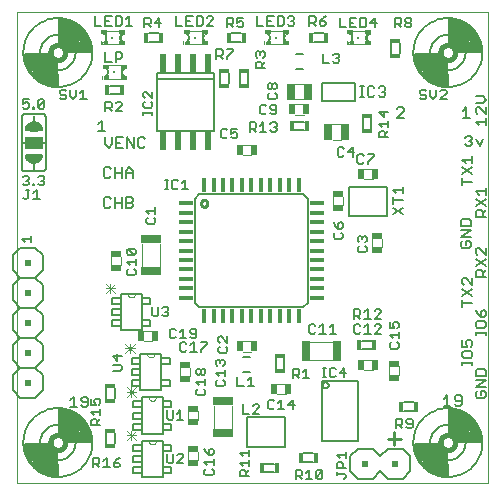
<source format=gbr>
G75*
%MOIN*%
%OFA0B0*%
%FSLAX24Y24*%
%IPPOS*%
%LPD*%
%AMOC8*
5,1,8,0,0,1.08239X$1,22.5*
%
%ADD10C,0.0060*%
%ADD11C,0.0010*%
%ADD12C,0.0110*%
%ADD13C,0.0080*%
%ADD14C,0.0100*%
%ADD15R,0.0453X0.0157*%
%ADD16R,0.0453X0.0157*%
%ADD17R,0.0453X0.0158*%
%ADD18R,0.0157X0.0453*%
%ADD19R,0.0157X0.0453*%
%ADD20R,0.0158X0.0453*%
%ADD21R,0.0160X0.0340*%
%ADD22C,0.0040*%
%ADD23R,0.0197X0.0374*%
%ADD24R,0.0295X0.0571*%
%ADD25R,0.0374X0.0197*%
%ADD26R,0.0340X0.0160*%
%ADD27R,0.0193X0.0598*%
%ADD28R,0.0669X0.0295*%
%ADD29R,0.0200X0.0200*%
%ADD30R,0.0197X0.0128*%
%ADD31R,0.0098X0.0059*%
%ADD32R,0.0069X0.0157*%
%ADD33R,0.0079X0.0079*%
%ADD34R,0.0118X0.0118*%
%ADD35R,0.0030X0.0128*%
%ADD36C,0.0020*%
%ADD37C,0.0090*%
%ADD38C,0.0180*%
%ADD39C,0.0050*%
%ADD40R,0.0600X0.0400*%
%ADD41R,0.0295X0.0669*%
%ADD42C,0.0000*%
%ADD43C,0.0030*%
D10*
X000480Y002490D02*
X000482Y002557D01*
X000488Y002625D01*
X000498Y002692D01*
X000512Y002758D01*
X000529Y002823D01*
X000551Y002887D01*
X000576Y002950D01*
X000605Y003011D01*
X000637Y003070D01*
X000673Y003127D01*
X000712Y003182D01*
X000754Y003235D01*
X000799Y003285D01*
X000847Y003332D01*
X000898Y003377D01*
X000951Y003418D01*
X001007Y003457D01*
X001065Y003492D01*
X001125Y003523D01*
X001186Y003551D01*
X001249Y003575D01*
X001313Y003596D01*
X001379Y003612D01*
X001445Y003625D01*
X001512Y003634D01*
X001579Y003639D01*
X001647Y003640D01*
X001714Y003637D01*
X001781Y003630D01*
X001848Y003619D01*
X001914Y003604D01*
X001979Y003586D01*
X002043Y003563D01*
X002105Y003537D01*
X002166Y003508D01*
X002224Y003474D01*
X002281Y003438D01*
X002336Y003398D01*
X002388Y003355D01*
X002437Y003309D01*
X002484Y003260D01*
X002528Y003209D01*
X002568Y003155D01*
X002606Y003099D01*
X002640Y003040D01*
X002670Y002980D01*
X002697Y002918D01*
X002721Y002855D01*
X002740Y002790D01*
X002756Y002725D01*
X002768Y002658D01*
X002776Y002591D01*
X002780Y002524D01*
X002780Y002456D01*
X002776Y002389D01*
X002768Y002322D01*
X002756Y002255D01*
X002740Y002190D01*
X002721Y002125D01*
X002697Y002062D01*
X002670Y002000D01*
X002640Y001940D01*
X002606Y001881D01*
X002568Y001825D01*
X002528Y001771D01*
X002484Y001720D01*
X002437Y001671D01*
X002388Y001625D01*
X002336Y001582D01*
X002281Y001542D01*
X002224Y001506D01*
X002166Y001472D01*
X002105Y001443D01*
X002043Y001417D01*
X001979Y001394D01*
X001914Y001376D01*
X001848Y001361D01*
X001781Y001350D01*
X001714Y001343D01*
X001647Y001340D01*
X001579Y001341D01*
X001512Y001346D01*
X001445Y001355D01*
X001379Y001368D01*
X001313Y001384D01*
X001249Y001405D01*
X001186Y001429D01*
X001125Y001457D01*
X001065Y001488D01*
X001007Y001523D01*
X000951Y001562D01*
X000898Y001603D01*
X000847Y001648D01*
X000799Y001695D01*
X000754Y001745D01*
X000712Y001798D01*
X000673Y001853D01*
X000637Y001910D01*
X000605Y001969D01*
X000576Y002030D01*
X000551Y002093D01*
X000529Y002157D01*
X000512Y002222D01*
X000498Y002288D01*
X000488Y002355D01*
X000482Y002423D01*
X000480Y002490D01*
X000380Y003990D02*
X000130Y004240D01*
X000130Y004740D01*
X000380Y004990D01*
X000130Y005240D01*
X000130Y005740D01*
X000380Y005990D01*
X000130Y006240D01*
X000130Y006740D01*
X000380Y006990D01*
X000130Y007240D01*
X000130Y007740D01*
X000380Y007990D01*
X000130Y008240D01*
X000130Y008740D01*
X000380Y008990D01*
X000880Y008990D01*
X001130Y008740D01*
X001130Y008240D01*
X000880Y007990D01*
X001130Y007740D01*
X001130Y007240D01*
X000880Y006990D01*
X000380Y006990D01*
X000880Y006990D02*
X001130Y006740D01*
X001130Y006240D01*
X000880Y005990D01*
X001130Y005740D01*
X001130Y005240D01*
X000880Y004990D01*
X001130Y004740D01*
X001130Y004240D01*
X000880Y003990D01*
X000380Y003990D01*
X000380Y004990D02*
X000880Y004990D01*
X000880Y005990D02*
X000380Y005990D01*
X000380Y007990D02*
X000880Y007990D01*
X000750Y009170D02*
X000750Y009377D01*
X000750Y009273D02*
X000440Y009273D01*
X000543Y009170D01*
X000530Y010600D02*
X000582Y010600D01*
X000634Y010652D01*
X000634Y010910D01*
X000685Y010910D02*
X000582Y010910D01*
X000615Y011070D02*
X000512Y011070D01*
X000460Y011122D01*
X000563Y011225D02*
X000615Y011225D01*
X000667Y011173D01*
X000667Y011122D01*
X000615Y011070D01*
X000615Y011225D02*
X000667Y011277D01*
X000667Y011329D01*
X000615Y011380D01*
X000512Y011380D01*
X000460Y011329D01*
X000530Y011540D02*
X001130Y011540D01*
X001147Y011542D01*
X001164Y011546D01*
X001180Y011553D01*
X001194Y011563D01*
X001207Y011576D01*
X001217Y011590D01*
X001224Y011606D01*
X001228Y011623D01*
X001230Y011640D01*
X001230Y013340D01*
X001228Y013357D01*
X001224Y013374D01*
X001217Y013390D01*
X001207Y013404D01*
X001194Y013417D01*
X001180Y013427D01*
X001164Y013434D01*
X001147Y013438D01*
X001130Y013440D01*
X000530Y013440D01*
X000513Y013438D01*
X000496Y013434D01*
X000480Y013427D01*
X000466Y013417D01*
X000453Y013404D01*
X000443Y013390D01*
X000436Y013374D01*
X000432Y013357D01*
X000430Y013340D01*
X000430Y011640D01*
X000432Y011623D01*
X000436Y011606D01*
X000443Y011590D01*
X000453Y011576D01*
X000466Y011563D01*
X000480Y011553D01*
X000496Y011546D01*
X000513Y011542D01*
X000530Y011540D01*
X000830Y011590D02*
X000830Y011790D01*
X001023Y011380D02*
X001126Y011380D01*
X001178Y011329D01*
X001178Y011277D01*
X001126Y011225D01*
X001178Y011173D01*
X001178Y011122D01*
X001126Y011070D01*
X001023Y011070D01*
X000971Y011122D01*
X000852Y011122D02*
X000852Y011070D01*
X000801Y011070D01*
X000801Y011122D01*
X000852Y011122D01*
X000923Y010910D02*
X000923Y010600D01*
X001026Y010600D02*
X000819Y010600D01*
X000819Y010807D02*
X000923Y010910D01*
X001074Y011225D02*
X001126Y011225D01*
X000971Y011329D02*
X001023Y011380D01*
X000479Y010652D02*
X000530Y010600D01*
X000530Y012490D02*
X000430Y012490D01*
X000830Y013190D02*
X000830Y013390D01*
X000852Y013620D02*
X000801Y013620D01*
X000801Y013672D01*
X000852Y013672D01*
X000852Y013620D01*
X000971Y013672D02*
X001178Y013879D01*
X001178Y013672D01*
X001126Y013620D01*
X001023Y013620D01*
X000971Y013672D01*
X000971Y013879D01*
X001023Y013930D01*
X001126Y013930D01*
X001178Y013879D01*
X000667Y013930D02*
X000460Y013930D01*
X000460Y013775D01*
X000563Y013827D01*
X000615Y013827D01*
X000667Y013775D01*
X000667Y013672D01*
X000615Y013620D01*
X000512Y013620D01*
X000460Y013672D01*
X001130Y012490D02*
X001230Y012490D01*
X001751Y013935D02*
X001699Y013987D01*
X001751Y013935D02*
X001854Y013935D01*
X001906Y013987D01*
X001906Y014038D01*
X001854Y014090D01*
X001751Y014090D01*
X001699Y014142D01*
X001699Y014194D01*
X001751Y014245D01*
X001854Y014245D01*
X001906Y014194D01*
X002040Y014245D02*
X002040Y014038D01*
X002143Y013935D01*
X002246Y014038D01*
X002246Y014245D01*
X002380Y014142D02*
X002484Y014245D01*
X002484Y013935D01*
X002587Y013935D02*
X002380Y013935D01*
X003089Y013210D02*
X002976Y013097D01*
X003089Y013210D02*
X003089Y012870D01*
X002976Y012870D02*
X003203Y012870D01*
X003210Y012660D02*
X003210Y012433D01*
X003323Y012320D01*
X003437Y012433D01*
X003437Y012660D01*
X003578Y012660D02*
X003578Y012320D01*
X003805Y012320D01*
X003947Y012320D02*
X003947Y012660D01*
X004173Y012320D01*
X004173Y012660D01*
X004315Y012604D02*
X004315Y012377D01*
X004372Y012320D01*
X004485Y012320D01*
X004542Y012377D01*
X004542Y012604D02*
X004485Y012660D01*
X004372Y012660D01*
X004315Y012604D01*
X003805Y012660D02*
X003578Y012660D01*
X003578Y012490D02*
X003692Y012490D01*
X003755Y011660D02*
X003755Y011320D01*
X003897Y011320D02*
X003897Y011547D01*
X004010Y011660D01*
X004123Y011547D01*
X004123Y011320D01*
X004123Y011490D02*
X003897Y011490D01*
X003755Y011490D02*
X003528Y011490D01*
X003528Y011320D02*
X003528Y011660D01*
X003387Y011604D02*
X003330Y011660D01*
X003217Y011660D01*
X003160Y011604D01*
X003160Y011377D01*
X003217Y011320D01*
X003330Y011320D01*
X003387Y011377D01*
X003330Y010660D02*
X003217Y010660D01*
X003160Y010604D01*
X003160Y010377D01*
X003217Y010320D01*
X003330Y010320D01*
X003387Y010377D01*
X003528Y010320D02*
X003528Y010660D01*
X003387Y010604D02*
X003330Y010660D01*
X003528Y010490D02*
X003755Y010490D01*
X003897Y010490D02*
X004067Y010490D01*
X004123Y010433D01*
X004123Y010377D01*
X004067Y010320D01*
X003897Y010320D01*
X003897Y010660D01*
X004067Y010660D01*
X004123Y010604D01*
X004123Y010547D01*
X004067Y010490D01*
X003755Y010660D02*
X003755Y010320D01*
X004575Y010223D02*
X004678Y010120D01*
X004626Y009986D02*
X004575Y009934D01*
X004575Y009831D01*
X004626Y009779D01*
X004833Y009779D01*
X004885Y009831D01*
X004885Y009934D01*
X004833Y009986D01*
X004885Y010120D02*
X004885Y010327D01*
X004885Y010223D02*
X004575Y010223D01*
X005206Y010935D02*
X005309Y010935D01*
X005257Y010935D02*
X005257Y011245D01*
X005206Y011245D02*
X005309Y011245D01*
X005433Y011194D02*
X005433Y010987D01*
X005485Y010935D01*
X005588Y010935D01*
X005640Y010987D01*
X005774Y010935D02*
X005980Y010935D01*
X005877Y010935D02*
X005877Y011245D01*
X005774Y011142D01*
X005640Y011194D02*
X005588Y011245D01*
X005485Y011245D01*
X005433Y011194D01*
X007069Y012687D02*
X007121Y012635D01*
X007224Y012635D01*
X007276Y012687D01*
X007410Y012687D02*
X007462Y012635D01*
X007565Y012635D01*
X007617Y012687D01*
X007617Y012790D01*
X007565Y012842D01*
X007513Y012842D01*
X007410Y012790D01*
X007410Y012945D01*
X007617Y012945D01*
X008038Y012953D02*
X008193Y012953D01*
X008245Y013005D01*
X008245Y013109D01*
X008193Y013160D01*
X008038Y013160D01*
X008038Y012850D01*
X008141Y012953D02*
X008245Y012850D01*
X008379Y012850D02*
X008585Y012850D01*
X008482Y012850D02*
X008482Y013160D01*
X008379Y013057D01*
X008719Y013109D02*
X008771Y013160D01*
X008874Y013160D01*
X008926Y013109D01*
X008926Y013057D01*
X008874Y013005D01*
X008926Y012953D01*
X008926Y012902D01*
X008874Y012850D01*
X008771Y012850D01*
X008719Y012902D01*
X008823Y013005D02*
X008874Y013005D01*
X008865Y013435D02*
X008917Y013487D01*
X008917Y013694D01*
X008865Y013745D01*
X008762Y013745D01*
X008710Y013694D01*
X008710Y013642D01*
X008762Y013590D01*
X008917Y013590D01*
X008865Y013435D02*
X008762Y013435D01*
X008710Y013487D01*
X008576Y013487D02*
X008524Y013435D01*
X008421Y013435D01*
X008369Y013487D01*
X008369Y013694D01*
X008421Y013745D01*
X008524Y013745D01*
X008576Y013694D01*
X008676Y013929D02*
X008883Y013929D01*
X008935Y013981D01*
X008935Y014084D01*
X008883Y014136D01*
X008883Y014270D02*
X008832Y014270D01*
X008780Y014322D01*
X008780Y014425D01*
X008832Y014477D01*
X008883Y014477D01*
X008935Y014425D01*
X008935Y014322D01*
X008883Y014270D01*
X008780Y014322D02*
X008728Y014270D01*
X008676Y014270D01*
X008625Y014322D01*
X008625Y014425D01*
X008676Y014477D01*
X008728Y014477D01*
X008780Y014425D01*
X008676Y014136D02*
X008625Y014084D01*
X008625Y013981D01*
X008676Y013929D01*
X007970Y014470D02*
X007970Y014810D01*
X008225Y014979D02*
X008225Y015134D01*
X008276Y015186D01*
X008380Y015186D01*
X008432Y015134D01*
X008432Y014979D01*
X008535Y014979D02*
X008225Y014979D01*
X008432Y015083D02*
X008535Y015186D01*
X008483Y015320D02*
X008535Y015372D01*
X008535Y015475D01*
X008483Y015527D01*
X008432Y015527D01*
X008380Y015475D01*
X008380Y015423D01*
X008380Y015475D02*
X008328Y015527D01*
X008276Y015527D01*
X008225Y015475D01*
X008225Y015372D01*
X008276Y015320D01*
X007750Y015850D02*
X007410Y015850D01*
X007410Y016130D02*
X007750Y016130D01*
X007765Y016335D02*
X007662Y016335D01*
X007610Y016387D01*
X007610Y016490D02*
X007713Y016542D01*
X007765Y016542D01*
X007817Y016490D01*
X007817Y016387D01*
X007765Y016335D01*
X007610Y016490D02*
X007610Y016645D01*
X007817Y016645D01*
X007476Y016594D02*
X007476Y016490D01*
X007424Y016438D01*
X007269Y016438D01*
X007269Y016335D02*
X007269Y016645D01*
X007424Y016645D01*
X007476Y016594D01*
X007373Y016438D02*
X007476Y016335D01*
X006808Y016385D02*
X006601Y016385D01*
X006808Y016592D01*
X006808Y016644D01*
X006756Y016695D01*
X006652Y016695D01*
X006601Y016644D01*
X006467Y016644D02*
X006467Y016437D01*
X006415Y016385D01*
X006260Y016385D01*
X006260Y016695D01*
X006415Y016695D01*
X006467Y016644D01*
X006126Y016695D02*
X005919Y016695D01*
X005919Y016385D01*
X006126Y016385D01*
X006023Y016540D02*
X005919Y016540D01*
X005785Y016385D02*
X005579Y016385D01*
X005579Y016695D01*
X005067Y016490D02*
X004860Y016490D01*
X005015Y016645D01*
X005015Y016335D01*
X005000Y016130D02*
X004660Y016130D01*
X004726Y016335D02*
X004623Y016438D01*
X004674Y016438D02*
X004519Y016438D01*
X004519Y016335D02*
X004519Y016645D01*
X004674Y016645D01*
X004726Y016594D01*
X004726Y016490D01*
X004674Y016438D01*
X004108Y016385D02*
X003901Y016385D01*
X004004Y016385D02*
X004004Y016695D01*
X003901Y016592D01*
X003767Y016644D02*
X003715Y016695D01*
X003560Y016695D01*
X003560Y016385D01*
X003715Y016385D01*
X003767Y016437D01*
X003767Y016644D01*
X003426Y016695D02*
X003219Y016695D01*
X003219Y016385D01*
X003426Y016385D01*
X003323Y016540D02*
X003219Y016540D01*
X003085Y016385D02*
X002879Y016385D01*
X002879Y016695D01*
X003219Y015495D02*
X003219Y015185D01*
X003426Y015185D01*
X003560Y015185D02*
X003560Y015495D01*
X003715Y015495D01*
X003767Y015444D01*
X003767Y015340D01*
X003715Y015288D01*
X003560Y015288D01*
X003700Y014380D02*
X003360Y014380D01*
X003360Y014100D02*
X003700Y014100D01*
X003715Y013845D02*
X003612Y013845D01*
X003560Y013794D01*
X003426Y013794D02*
X003426Y013690D01*
X003374Y013638D01*
X003219Y013638D01*
X003219Y013535D02*
X003219Y013845D01*
X003374Y013845D01*
X003426Y013794D01*
X003323Y013638D02*
X003426Y013535D01*
X003560Y013535D02*
X003767Y013742D01*
X003767Y013794D01*
X003715Y013845D01*
X003767Y013535D02*
X003560Y013535D01*
X004475Y013519D02*
X004475Y013416D01*
X004475Y013467D02*
X004785Y013467D01*
X004785Y013416D02*
X004785Y013519D01*
X004733Y013643D02*
X004785Y013695D01*
X004785Y013798D01*
X004733Y013850D01*
X004785Y013984D02*
X004578Y014190D01*
X004526Y014190D01*
X004475Y014139D01*
X004475Y014035D01*
X004526Y013984D01*
X004526Y013850D02*
X004475Y013798D01*
X004475Y013695D01*
X004526Y013643D01*
X004733Y013643D01*
X004785Y013984D02*
X004785Y014190D01*
X004660Y015850D02*
X005000Y015850D01*
X006919Y015595D02*
X006919Y015285D01*
X006919Y015388D02*
X007074Y015388D01*
X007126Y015440D01*
X007126Y015544D01*
X007074Y015595D01*
X006919Y015595D01*
X007023Y015388D02*
X007126Y015285D01*
X007260Y015285D02*
X007260Y015337D01*
X007467Y015544D01*
X007467Y015595D01*
X007260Y015595D01*
X007320Y014810D02*
X007320Y014470D01*
X007040Y014470D02*
X007040Y014810D01*
X007690Y014810D02*
X007690Y014470D01*
X007224Y012945D02*
X007121Y012945D01*
X007069Y012894D01*
X007069Y012687D01*
X007276Y012894D02*
X007224Y012945D01*
X009510Y012900D02*
X009850Y012900D01*
X009850Y013180D02*
X009510Y013180D01*
X010960Y012279D02*
X010960Y012072D01*
X011012Y012020D01*
X011115Y012020D01*
X011167Y012072D01*
X011301Y012175D02*
X011508Y012175D01*
X011456Y012020D02*
X011456Y012330D01*
X011301Y012175D01*
X011167Y012279D02*
X011115Y012330D01*
X011012Y012330D01*
X010960Y012279D01*
X011619Y012044D02*
X011619Y011837D01*
X011671Y011785D01*
X011774Y011785D01*
X011826Y011837D01*
X011960Y011837D02*
X011960Y011785D01*
X011960Y011837D02*
X012167Y012044D01*
X012167Y012095D01*
X011960Y012095D01*
X011826Y012044D02*
X011774Y012095D01*
X011671Y012095D01*
X011619Y012044D01*
X011790Y012970D02*
X011790Y013310D01*
X012070Y013310D02*
X012070Y012970D01*
X012340Y013114D02*
X012443Y013011D01*
X012391Y012877D02*
X012495Y012877D01*
X012547Y012825D01*
X012547Y012670D01*
X012650Y012670D02*
X012340Y012670D01*
X012340Y012825D01*
X012391Y012877D01*
X012547Y012773D02*
X012650Y012877D01*
X012650Y013011D02*
X012650Y013218D01*
X012650Y013114D02*
X012340Y013114D01*
X012495Y013351D02*
X012495Y013558D01*
X012650Y013507D02*
X012340Y013507D01*
X012495Y013351D01*
X012926Y013320D02*
X013153Y013547D01*
X013153Y013604D01*
X013096Y013660D01*
X012983Y013660D01*
X012926Y013604D01*
X012926Y013320D02*
X013153Y013320D01*
X013751Y013935D02*
X013699Y013987D01*
X013751Y013935D02*
X013854Y013935D01*
X013906Y013987D01*
X013906Y014038D01*
X013854Y014090D01*
X013751Y014090D01*
X013699Y014142D01*
X013699Y014194D01*
X013751Y014245D01*
X013854Y014245D01*
X013906Y014194D01*
X014040Y014245D02*
X014040Y014038D01*
X014143Y013935D01*
X014246Y014038D01*
X014246Y014245D01*
X014380Y014194D02*
X014432Y014245D01*
X014535Y014245D01*
X014587Y014194D01*
X014587Y014142D01*
X014380Y013935D01*
X014587Y013935D01*
X015126Y013547D02*
X015239Y013660D01*
X015239Y013320D01*
X015126Y013320D02*
X015353Y013320D01*
X015560Y013183D02*
X015900Y013183D01*
X015900Y013070D02*
X015900Y013297D01*
X015900Y013438D02*
X015673Y013665D01*
X015616Y013665D01*
X015560Y013608D01*
X015560Y013495D01*
X015616Y013438D01*
X015560Y013807D02*
X015787Y013807D01*
X015900Y013920D01*
X015787Y014033D01*
X015560Y014033D01*
X015900Y013665D02*
X015900Y013438D01*
X015560Y013183D02*
X015673Y013070D01*
X015380Y012710D02*
X015267Y012710D01*
X015210Y012654D01*
X015323Y012540D02*
X015380Y012540D01*
X015437Y012483D01*
X015437Y012427D01*
X015380Y012370D01*
X015267Y012370D01*
X015210Y012427D01*
X015380Y012540D02*
X015437Y012597D01*
X015437Y012654D01*
X015380Y012710D01*
X015578Y012597D02*
X015692Y012370D01*
X015805Y012597D01*
X015450Y012033D02*
X015450Y011807D01*
X015450Y011920D02*
X015110Y011920D01*
X015223Y011807D01*
X015110Y011665D02*
X015450Y011438D01*
X015450Y011665D02*
X015110Y011438D01*
X015110Y011297D02*
X015110Y011070D01*
X015110Y011183D02*
X015450Y011183D01*
X015560Y010870D02*
X015900Y010870D01*
X015900Y010757D02*
X015900Y010983D01*
X015673Y010757D02*
X015560Y010870D01*
X015560Y010615D02*
X015900Y010388D01*
X015900Y010247D02*
X015787Y010133D01*
X015787Y010190D02*
X015787Y010020D01*
X015900Y010020D02*
X015560Y010020D01*
X015560Y010190D01*
X015616Y010247D01*
X015730Y010247D01*
X015787Y010190D01*
X015560Y010388D02*
X015900Y010615D01*
X015343Y009933D02*
X015400Y009877D01*
X015400Y009707D01*
X015060Y009707D01*
X015060Y009877D01*
X015116Y009933D01*
X015343Y009933D01*
X015400Y009565D02*
X015060Y009565D01*
X015060Y009338D02*
X015400Y009565D01*
X015400Y009338D02*
X015060Y009338D01*
X015116Y009197D02*
X015060Y009140D01*
X015060Y009027D01*
X015116Y008970D01*
X015343Y008970D01*
X015400Y009027D01*
X015400Y009140D01*
X015343Y009197D01*
X015230Y009197D01*
X015230Y009083D01*
X015560Y008927D02*
X015560Y008813D01*
X015616Y008757D01*
X015560Y008615D02*
X015900Y008388D01*
X015900Y008247D02*
X015787Y008133D01*
X015787Y008190D02*
X015787Y008020D01*
X015900Y008020D02*
X015560Y008020D01*
X015560Y008190D01*
X015616Y008247D01*
X015730Y008247D01*
X015787Y008190D01*
X015560Y008388D02*
X015900Y008615D01*
X015900Y008757D02*
X015673Y008983D01*
X015616Y008983D01*
X015560Y008927D01*
X015900Y008983D02*
X015900Y008757D01*
X015450Y007983D02*
X015450Y007757D01*
X015223Y007983D01*
X015166Y007983D01*
X015110Y007927D01*
X015110Y007813D01*
X015166Y007757D01*
X015110Y007615D02*
X015450Y007388D01*
X015450Y007615D02*
X015110Y007388D01*
X015110Y007247D02*
X015110Y007020D01*
X015110Y007133D02*
X015450Y007133D01*
X015560Y006911D02*
X015616Y006797D01*
X015730Y006684D01*
X015730Y006854D01*
X015787Y006911D01*
X015843Y006911D01*
X015900Y006854D01*
X015900Y006741D01*
X015843Y006684D01*
X015730Y006684D01*
X015843Y006542D02*
X015616Y006542D01*
X015560Y006486D01*
X015560Y006372D01*
X015616Y006316D01*
X015843Y006316D01*
X015900Y006372D01*
X015900Y006486D01*
X015843Y006542D01*
X015900Y006183D02*
X015900Y006070D01*
X015900Y006127D02*
X015560Y006127D01*
X015560Y006183D02*
X015560Y006070D01*
X015393Y005911D02*
X015450Y005854D01*
X015450Y005741D01*
X015393Y005684D01*
X015280Y005684D02*
X015223Y005797D01*
X015223Y005854D01*
X015280Y005911D01*
X015393Y005911D01*
X015280Y005684D02*
X015110Y005684D01*
X015110Y005911D01*
X015166Y005542D02*
X015110Y005486D01*
X015110Y005372D01*
X015166Y005316D01*
X015393Y005316D01*
X015450Y005372D01*
X015450Y005486D01*
X015393Y005542D01*
X015166Y005542D01*
X015110Y005183D02*
X015110Y005070D01*
X015110Y005127D02*
X015450Y005127D01*
X015450Y005183D02*
X015450Y005070D01*
X015616Y004933D02*
X015560Y004877D01*
X015560Y004707D01*
X015900Y004707D01*
X015900Y004877D01*
X015843Y004933D01*
X015616Y004933D01*
X015560Y004565D02*
X015900Y004565D01*
X015560Y004338D01*
X015900Y004338D01*
X015843Y004197D02*
X015730Y004197D01*
X015730Y004083D01*
X015843Y003970D02*
X015616Y003970D01*
X015560Y004027D01*
X015560Y004140D01*
X015616Y004197D01*
X015843Y004197D02*
X015900Y004140D01*
X015900Y004027D01*
X015843Y003970D01*
X015087Y004004D02*
X015087Y003777D01*
X015030Y003720D01*
X014917Y003720D01*
X014860Y003777D01*
X014917Y003890D02*
X014860Y003947D01*
X014860Y004004D01*
X014917Y004060D01*
X015030Y004060D01*
X015087Y004004D01*
X015087Y003890D02*
X014917Y003890D01*
X014719Y003720D02*
X014492Y003720D01*
X014605Y003720D02*
X014605Y004060D01*
X014492Y003947D01*
X013500Y003830D02*
X013160Y003830D01*
X013160Y003550D02*
X013500Y003550D01*
X013406Y003280D02*
X013302Y003280D01*
X013251Y003229D01*
X013251Y003177D01*
X013302Y003125D01*
X013458Y003125D01*
X013458Y003022D02*
X013458Y003229D01*
X013406Y003280D01*
X013458Y003022D02*
X013406Y002970D01*
X013302Y002970D01*
X013251Y003022D01*
X013117Y002970D02*
X013013Y003073D01*
X013065Y003073D02*
X012910Y003073D01*
X012910Y002970D02*
X012910Y003280D01*
X013065Y003280D01*
X013117Y003229D01*
X013117Y003125D01*
X013065Y003073D01*
X013480Y002490D02*
X013482Y002557D01*
X013488Y002625D01*
X013498Y002692D01*
X013512Y002758D01*
X013529Y002823D01*
X013551Y002887D01*
X013576Y002950D01*
X013605Y003011D01*
X013637Y003070D01*
X013673Y003127D01*
X013712Y003182D01*
X013754Y003235D01*
X013799Y003285D01*
X013847Y003332D01*
X013898Y003377D01*
X013951Y003418D01*
X014007Y003457D01*
X014065Y003492D01*
X014125Y003523D01*
X014186Y003551D01*
X014249Y003575D01*
X014313Y003596D01*
X014379Y003612D01*
X014445Y003625D01*
X014512Y003634D01*
X014579Y003639D01*
X014647Y003640D01*
X014714Y003637D01*
X014781Y003630D01*
X014848Y003619D01*
X014914Y003604D01*
X014979Y003586D01*
X015043Y003563D01*
X015105Y003537D01*
X015166Y003508D01*
X015224Y003474D01*
X015281Y003438D01*
X015336Y003398D01*
X015388Y003355D01*
X015437Y003309D01*
X015484Y003260D01*
X015528Y003209D01*
X015568Y003155D01*
X015606Y003099D01*
X015640Y003040D01*
X015670Y002980D01*
X015697Y002918D01*
X015721Y002855D01*
X015740Y002790D01*
X015756Y002725D01*
X015768Y002658D01*
X015776Y002591D01*
X015780Y002524D01*
X015780Y002456D01*
X015776Y002389D01*
X015768Y002322D01*
X015756Y002255D01*
X015740Y002190D01*
X015721Y002125D01*
X015697Y002062D01*
X015670Y002000D01*
X015640Y001940D01*
X015606Y001881D01*
X015568Y001825D01*
X015528Y001771D01*
X015484Y001720D01*
X015437Y001671D01*
X015388Y001625D01*
X015336Y001582D01*
X015281Y001542D01*
X015224Y001506D01*
X015166Y001472D01*
X015105Y001443D01*
X015043Y001417D01*
X014979Y001394D01*
X014914Y001376D01*
X014848Y001361D01*
X014781Y001350D01*
X014714Y001343D01*
X014647Y001340D01*
X014579Y001341D01*
X014512Y001346D01*
X014445Y001355D01*
X014379Y001368D01*
X014313Y001384D01*
X014249Y001405D01*
X014186Y001429D01*
X014125Y001457D01*
X014065Y001488D01*
X014007Y001523D01*
X013951Y001562D01*
X013898Y001603D01*
X013847Y001648D01*
X013799Y001695D01*
X013754Y001745D01*
X013712Y001798D01*
X013673Y001853D01*
X013637Y001910D01*
X013605Y001969D01*
X013576Y002030D01*
X013551Y002093D01*
X013529Y002157D01*
X013512Y002222D01*
X013498Y002288D01*
X013488Y002355D01*
X013482Y002423D01*
X013480Y002490D01*
X011230Y002178D02*
X011230Y001971D01*
X011230Y002075D02*
X010920Y002075D01*
X011023Y001971D01*
X010971Y001838D02*
X011075Y001838D01*
X011127Y001786D01*
X011127Y001631D01*
X011230Y001631D02*
X010920Y001631D01*
X010920Y001786D01*
X010971Y001838D01*
X010920Y001497D02*
X010920Y001393D01*
X010920Y001445D02*
X011178Y001445D01*
X011230Y001393D01*
X011230Y001342D01*
X011178Y001290D01*
X010448Y001322D02*
X010397Y001270D01*
X010293Y001270D01*
X010241Y001322D01*
X010448Y001529D01*
X010448Y001322D01*
X010448Y001529D02*
X010397Y001580D01*
X010293Y001580D01*
X010241Y001529D01*
X010241Y001322D01*
X010108Y001270D02*
X009901Y001270D01*
X010004Y001270D02*
X010004Y001580D01*
X009901Y001477D01*
X009767Y001529D02*
X009767Y001425D01*
X009715Y001373D01*
X009560Y001373D01*
X009560Y001270D02*
X009560Y001580D01*
X009715Y001580D01*
X009767Y001529D01*
X009663Y001373D02*
X009767Y001270D01*
X009810Y001850D02*
X010150Y001850D01*
X010150Y002130D02*
X009810Y002130D01*
X008850Y001780D02*
X008510Y001780D01*
X008510Y001500D02*
X008850Y001500D01*
X008000Y001577D02*
X007897Y001473D01*
X007897Y001525D02*
X007897Y001370D01*
X008000Y001370D02*
X007690Y001370D01*
X007690Y001525D01*
X007741Y001577D01*
X007845Y001577D01*
X007897Y001525D01*
X008000Y001711D02*
X008000Y001918D01*
X008000Y001814D02*
X007690Y001814D01*
X007793Y001711D01*
X007793Y002051D02*
X007690Y002155D01*
X008000Y002155D01*
X008000Y002258D02*
X008000Y002051D01*
X006820Y002131D02*
X006820Y002234D01*
X006768Y002286D01*
X006717Y002286D01*
X006665Y002234D01*
X006665Y002079D01*
X006768Y002079D01*
X006820Y002131D01*
X006665Y002079D02*
X006561Y002183D01*
X006510Y002286D01*
X006510Y001842D02*
X006820Y001842D01*
X006820Y001739D02*
X006820Y001945D01*
X006768Y001605D02*
X006820Y001553D01*
X006820Y001450D01*
X006768Y001398D01*
X006561Y001398D01*
X006510Y001450D01*
X006510Y001553D01*
X006561Y001605D01*
X006613Y001739D02*
X006510Y001842D01*
X005818Y001800D02*
X005611Y001800D01*
X005818Y002007D01*
X005818Y002059D01*
X005766Y002110D01*
X005662Y002110D01*
X005611Y002059D01*
X005477Y002110D02*
X005477Y001852D01*
X005425Y001800D01*
X005322Y001800D01*
X005270Y001852D01*
X005270Y002110D01*
X005130Y002070D02*
X005130Y001810D01*
X005130Y001670D02*
X005410Y001670D01*
X005410Y001470D01*
X005130Y001470D01*
X005130Y001670D01*
X005130Y002210D01*
X005410Y002210D01*
X005410Y002410D01*
X005130Y002410D01*
X005130Y002210D01*
X005130Y002410D02*
X005130Y002550D01*
X004900Y002550D01*
X004660Y002550D01*
X004430Y002550D01*
X004430Y002410D01*
X004150Y002410D01*
X004150Y002210D01*
X004430Y002210D01*
X004430Y002040D01*
X004150Y002040D01*
X004150Y001840D01*
X004430Y001840D01*
X004430Y001670D01*
X004150Y001670D01*
X004150Y001470D01*
X004430Y001470D01*
X004430Y001670D01*
X004430Y001840D02*
X004430Y002040D01*
X004430Y002210D02*
X004430Y002410D01*
X004540Y002550D02*
X004660Y002550D01*
X004900Y002550D01*
X005020Y002550D01*
X005020Y002780D02*
X004540Y002780D01*
X004430Y002780D02*
X004430Y002920D01*
X004150Y002920D01*
X004150Y003120D01*
X004430Y003120D01*
X004430Y002920D01*
X004430Y002780D02*
X005130Y002780D01*
X005130Y002920D01*
X005410Y002920D01*
X005410Y003120D01*
X005130Y003120D01*
X005130Y003660D01*
X005410Y003660D01*
X005410Y003860D01*
X005130Y003860D01*
X005130Y003660D01*
X005130Y003520D02*
X005130Y003260D01*
X005130Y003120D02*
X005130Y002920D01*
X005322Y003250D02*
X005425Y003250D01*
X005477Y003302D01*
X005477Y003560D01*
X005611Y003457D02*
X005714Y003560D01*
X005714Y003250D01*
X005611Y003250D02*
X005818Y003250D01*
X005322Y003250D02*
X005270Y003302D01*
X005270Y003560D01*
X005130Y003860D02*
X005130Y004000D01*
X004900Y004000D01*
X004660Y004000D01*
X004430Y004000D01*
X004430Y003860D01*
X004150Y003860D01*
X004150Y003660D01*
X004430Y003660D01*
X004430Y003490D01*
X004150Y003490D01*
X004150Y003290D01*
X004430Y003290D01*
X004430Y003120D01*
X004430Y003290D02*
X004430Y003490D01*
X004430Y003660D02*
X004430Y003860D01*
X004540Y004000D02*
X004660Y004000D01*
X004900Y004000D01*
X005020Y004000D01*
X004970Y004230D02*
X004490Y004230D01*
X004380Y004230D02*
X004380Y004370D01*
X004100Y004370D01*
X004100Y004570D01*
X004380Y004570D01*
X004380Y004370D01*
X004380Y004230D02*
X005080Y004230D01*
X005080Y004370D01*
X005360Y004370D01*
X005360Y004570D01*
X005080Y004570D01*
X005080Y005110D01*
X005360Y005110D01*
X005360Y005310D01*
X005080Y005310D01*
X005080Y005110D01*
X005080Y004970D02*
X005080Y004710D01*
X005080Y004570D02*
X005080Y004370D01*
X004380Y004570D02*
X004380Y004740D01*
X004100Y004740D01*
X004100Y004940D01*
X004380Y004940D01*
X004380Y004740D01*
X004380Y004940D02*
X004380Y005110D01*
X004100Y005110D01*
X004100Y005310D01*
X004380Y005310D01*
X004380Y005110D01*
X004380Y005310D02*
X004380Y005450D01*
X004610Y005450D01*
X004850Y005450D01*
X005080Y005450D01*
X005080Y005310D01*
X004970Y005450D02*
X004850Y005450D01*
X004610Y005450D01*
X004490Y005450D01*
X003770Y005376D02*
X003460Y005376D01*
X003615Y005221D01*
X003615Y005428D01*
X003718Y005087D02*
X003460Y005087D01*
X003460Y004880D02*
X003718Y004880D01*
X003770Y004932D01*
X003770Y005035D01*
X003718Y005087D01*
X003520Y004310D02*
X003520Y003970D01*
X003240Y003970D02*
X003240Y004310D01*
X002998Y003958D02*
X003050Y003907D01*
X003050Y003803D01*
X002998Y003751D01*
X002895Y003751D02*
X002843Y003855D01*
X002843Y003907D01*
X002895Y003958D01*
X002998Y003958D01*
X002895Y003751D02*
X002740Y003751D01*
X002740Y003958D01*
X002637Y003954D02*
X002580Y004010D01*
X002467Y004010D01*
X002410Y003954D01*
X002410Y003897D01*
X002467Y003840D01*
X002637Y003840D01*
X002637Y003727D02*
X002637Y003954D01*
X002637Y003727D02*
X002580Y003670D01*
X002467Y003670D01*
X002410Y003727D01*
X002269Y003670D02*
X002042Y003670D01*
X002155Y003670D02*
X002155Y004010D01*
X002042Y003897D01*
X002740Y003514D02*
X003050Y003514D01*
X003050Y003411D02*
X003050Y003618D01*
X002843Y003411D02*
X002740Y003514D01*
X002791Y003277D02*
X002740Y003225D01*
X002740Y003070D01*
X003050Y003070D01*
X002947Y003070D02*
X002947Y003225D01*
X002895Y003277D01*
X002791Y003277D01*
X002947Y003173D02*
X003050Y003277D01*
X003240Y002810D02*
X003240Y002470D01*
X003520Y002470D02*
X003520Y002810D01*
X003698Y001980D02*
X003595Y001929D01*
X003491Y001825D01*
X003647Y001825D01*
X003698Y001773D01*
X003698Y001722D01*
X003647Y001670D01*
X003543Y001670D01*
X003491Y001722D01*
X003491Y001825D01*
X003358Y001670D02*
X003151Y001670D01*
X003254Y001670D02*
X003254Y001980D01*
X003151Y001877D01*
X003017Y001929D02*
X003017Y001825D01*
X002965Y001773D01*
X002810Y001773D01*
X002810Y001670D02*
X002810Y001980D01*
X002965Y001980D01*
X003017Y001929D01*
X002913Y001773D02*
X003017Y001670D01*
X004430Y001470D02*
X004430Y001330D01*
X005130Y001330D01*
X005130Y001470D01*
X005020Y001330D02*
X004540Y001330D01*
X006291Y004070D02*
X006498Y004070D01*
X006550Y004122D01*
X006550Y004225D01*
X006498Y004277D01*
X006550Y004411D02*
X006550Y004618D01*
X006550Y004514D02*
X006240Y004514D01*
X006343Y004411D01*
X006291Y004277D02*
X006240Y004225D01*
X006240Y004122D01*
X006291Y004070D01*
X006291Y004751D02*
X006343Y004751D01*
X006395Y004803D01*
X006395Y004907D01*
X006447Y004958D01*
X006498Y004958D01*
X006550Y004907D01*
X006550Y004803D01*
X006498Y004751D01*
X006447Y004751D01*
X006395Y004803D01*
X006395Y004907D02*
X006343Y004958D01*
X006291Y004958D01*
X006240Y004907D01*
X006240Y004803D01*
X006291Y004751D01*
X006890Y004814D02*
X007200Y004814D01*
X007200Y004711D02*
X007200Y004918D01*
X007148Y005051D02*
X007200Y005103D01*
X007200Y005207D01*
X007148Y005258D01*
X007097Y005258D01*
X007045Y005207D01*
X007045Y005155D01*
X007045Y005207D02*
X006993Y005258D01*
X006941Y005258D01*
X006890Y005207D01*
X006890Y005103D01*
X006941Y005051D01*
X006890Y004814D02*
X006993Y004711D01*
X006941Y004577D02*
X006890Y004525D01*
X006890Y004422D01*
X006941Y004370D01*
X007148Y004370D01*
X007200Y004422D01*
X007200Y004525D01*
X007148Y004577D01*
X007619Y004670D02*
X007619Y004360D01*
X007826Y004360D01*
X007960Y004360D02*
X008167Y004360D01*
X008063Y004360D02*
X008063Y004670D01*
X007960Y004567D01*
X008048Y004854D02*
X007812Y004854D01*
X007812Y005326D02*
X008048Y005326D01*
X007285Y005531D02*
X007285Y005634D01*
X007233Y005686D01*
X007285Y005820D02*
X007078Y006027D01*
X007026Y006027D01*
X006975Y005975D01*
X006975Y005872D01*
X007026Y005820D01*
X007026Y005686D02*
X006975Y005634D01*
X006975Y005531D01*
X007026Y005479D01*
X007233Y005479D01*
X007285Y005531D01*
X007285Y005820D02*
X007285Y006027D01*
X006598Y005830D02*
X006598Y005779D01*
X006391Y005572D01*
X006391Y005520D01*
X006258Y005520D02*
X006051Y005520D01*
X006154Y005520D02*
X006154Y005830D01*
X006051Y005727D01*
X005917Y005779D02*
X005865Y005830D01*
X005762Y005830D01*
X005710Y005779D01*
X005710Y005572D01*
X005762Y005520D01*
X005865Y005520D01*
X005917Y005572D01*
X005908Y005970D02*
X005701Y005970D01*
X005804Y005970D02*
X005804Y006280D01*
X005701Y006177D01*
X005567Y006229D02*
X005515Y006280D01*
X005412Y006280D01*
X005360Y006229D01*
X005360Y006022D01*
X005412Y005970D01*
X005515Y005970D01*
X005567Y006022D01*
X006041Y006022D02*
X006093Y005970D01*
X006197Y005970D01*
X006248Y006022D01*
X006248Y006229D01*
X006197Y006280D01*
X006093Y006280D01*
X006041Y006229D01*
X006041Y006177D01*
X006093Y006125D01*
X006248Y006125D01*
X006391Y005830D02*
X006598Y005830D01*
X005318Y006752D02*
X005266Y006700D01*
X005162Y006700D01*
X005111Y006752D01*
X004977Y006752D02*
X004977Y007010D01*
X005111Y006959D02*
X005162Y007010D01*
X005266Y007010D01*
X005318Y006959D01*
X005318Y006907D01*
X005266Y006855D01*
X005318Y006803D01*
X005318Y006752D01*
X005266Y006855D02*
X005214Y006855D01*
X004977Y006752D02*
X004925Y006700D01*
X004822Y006700D01*
X004770Y006752D01*
X004770Y007010D01*
X004710Y007110D02*
X004710Y007310D01*
X004430Y007310D01*
X004430Y007110D01*
X004710Y007110D01*
X004430Y007110D02*
X004430Y006570D01*
X004710Y006570D01*
X004710Y006370D01*
X004430Y006370D01*
X004430Y006570D01*
X004430Y006710D02*
X004430Y006970D01*
X004430Y007310D02*
X004430Y007450D01*
X004200Y007450D01*
X003960Y007450D01*
X003730Y007450D01*
X003730Y007310D01*
X003450Y007310D01*
X003450Y007110D01*
X003730Y007110D01*
X003730Y006940D01*
X003450Y006940D01*
X003450Y006740D01*
X003730Y006740D01*
X003730Y006570D01*
X003450Y006570D01*
X003450Y006370D01*
X003730Y006370D01*
X003730Y006570D01*
X003730Y006740D02*
X003730Y006940D01*
X003730Y007110D02*
X003730Y007310D01*
X003840Y007450D02*
X003960Y007450D01*
X004200Y007450D01*
X004320Y007450D01*
X004183Y008059D02*
X003976Y008059D01*
X003925Y008111D01*
X003925Y008214D01*
X003976Y008266D01*
X004028Y008400D02*
X003925Y008503D01*
X004235Y008503D01*
X004235Y008400D02*
X004235Y008606D01*
X004183Y008740D02*
X003976Y008947D01*
X004183Y008947D01*
X004235Y008895D01*
X004235Y008792D01*
X004183Y008740D01*
X003976Y008740D01*
X003925Y008792D01*
X003925Y008895D01*
X003976Y008947D01*
X004183Y008266D02*
X004235Y008214D01*
X004235Y008111D01*
X004183Y008059D01*
X004430Y006370D02*
X004430Y006230D01*
X003730Y006230D01*
X003730Y006370D01*
X003840Y006230D02*
X004320Y006230D01*
X007794Y003763D02*
X007794Y003453D01*
X008000Y003453D01*
X008134Y003453D02*
X008341Y003660D01*
X008341Y003712D01*
X008289Y003763D01*
X008186Y003763D01*
X008134Y003712D01*
X008134Y003453D02*
X008341Y003453D01*
X008638Y003652D02*
X008638Y003859D01*
X008690Y003910D01*
X008793Y003910D01*
X008845Y003859D01*
X008979Y003807D02*
X009082Y003910D01*
X009082Y003600D01*
X008979Y003600D02*
X009185Y003600D01*
X009319Y003755D02*
X009526Y003755D01*
X009474Y003600D02*
X009474Y003910D01*
X009319Y003755D01*
X008845Y003652D02*
X008793Y003600D01*
X008690Y003600D01*
X008638Y003652D01*
X009469Y004635D02*
X009469Y004945D01*
X009624Y004945D01*
X009676Y004894D01*
X009676Y004790D01*
X009624Y004738D01*
X009469Y004738D01*
X009573Y004738D02*
X009676Y004635D01*
X009810Y004635D02*
X010017Y004635D01*
X009913Y004635D02*
X009913Y004945D01*
X009810Y004842D01*
X009170Y004970D02*
X009170Y005310D01*
X008890Y005310D02*
X008890Y004970D01*
X010062Y006120D02*
X010010Y006172D01*
X010010Y006379D01*
X010062Y006430D01*
X010165Y006430D01*
X010217Y006379D01*
X010351Y006327D02*
X010454Y006430D01*
X010454Y006120D01*
X010351Y006120D02*
X010558Y006120D01*
X010691Y006120D02*
X010898Y006120D01*
X010795Y006120D02*
X010795Y006430D01*
X010691Y006327D01*
X010217Y006172D02*
X010165Y006120D01*
X010062Y006120D01*
X010460Y004980D02*
X010563Y004980D01*
X010512Y004980D02*
X010512Y004670D01*
X010563Y004670D02*
X010460Y004670D01*
X010687Y004722D02*
X010739Y004670D01*
X010842Y004670D01*
X010894Y004722D01*
X011028Y004825D02*
X011235Y004825D01*
X011183Y004670D02*
X011183Y004980D01*
X011028Y004825D01*
X010894Y004929D02*
X010842Y004980D01*
X010739Y004980D01*
X010687Y004929D01*
X010687Y004722D01*
X011760Y005600D02*
X012100Y005600D01*
X012100Y005880D02*
X011760Y005880D01*
X011851Y006120D02*
X012058Y006120D01*
X011954Y006120D02*
X011954Y006430D01*
X011851Y006327D01*
X011717Y006379D02*
X011665Y006430D01*
X011562Y006430D01*
X011510Y006379D01*
X011510Y006172D01*
X011562Y006120D01*
X011665Y006120D01*
X011717Y006172D01*
X011717Y006620D02*
X011613Y006723D01*
X011665Y006723D02*
X011510Y006723D01*
X011510Y006620D02*
X011510Y006930D01*
X011665Y006930D01*
X011717Y006879D01*
X011717Y006775D01*
X011665Y006723D01*
X011851Y006620D02*
X012058Y006620D01*
X011954Y006620D02*
X011954Y006930D01*
X011851Y006827D01*
X012191Y006879D02*
X012243Y006930D01*
X012347Y006930D01*
X012398Y006879D01*
X012398Y006827D01*
X012191Y006620D01*
X012398Y006620D01*
X012347Y006430D02*
X012243Y006430D01*
X012191Y006379D01*
X012347Y006430D02*
X012398Y006379D01*
X012398Y006327D01*
X012191Y006120D01*
X012398Y006120D01*
X012690Y006064D02*
X013000Y006064D01*
X013000Y005961D02*
X013000Y006168D01*
X012948Y006301D02*
X013000Y006353D01*
X013000Y006457D01*
X012948Y006508D01*
X012845Y006508D01*
X012793Y006457D01*
X012793Y006405D01*
X012845Y006301D01*
X012690Y006301D01*
X012690Y006508D01*
X012690Y006064D02*
X012793Y005961D01*
X012741Y005827D02*
X012690Y005775D01*
X012690Y005672D01*
X012741Y005620D01*
X012948Y005620D01*
X013000Y005672D01*
X013000Y005775D01*
X012948Y005827D01*
X011883Y008829D02*
X011676Y008829D01*
X011625Y008881D01*
X011625Y008984D01*
X011676Y009036D01*
X011676Y009170D02*
X011625Y009222D01*
X011625Y009325D01*
X011676Y009377D01*
X011728Y009377D01*
X011780Y009325D01*
X011832Y009377D01*
X011883Y009377D01*
X011935Y009325D01*
X011935Y009222D01*
X011883Y009170D01*
X011883Y009036D02*
X011935Y008984D01*
X011935Y008881D01*
X011883Y008829D01*
X011780Y009273D02*
X011780Y009325D01*
X011135Y009331D02*
X011135Y009434D01*
X011083Y009486D01*
X011083Y009620D02*
X011135Y009672D01*
X011135Y009775D01*
X011083Y009827D01*
X011032Y009827D01*
X010980Y009775D01*
X010980Y009620D01*
X011083Y009620D01*
X010980Y009620D02*
X010876Y009723D01*
X010825Y009827D01*
X010876Y009486D02*
X010825Y009434D01*
X010825Y009331D01*
X010876Y009279D01*
X011083Y009279D01*
X011135Y009331D01*
X012811Y010117D02*
X013121Y010324D01*
X013121Y010117D02*
X012811Y010324D01*
X012811Y010458D02*
X012811Y010665D01*
X012811Y010561D02*
X013121Y010561D01*
X013121Y010799D02*
X013121Y011005D01*
X013121Y010902D02*
X012811Y010902D01*
X012914Y010799D01*
X012494Y014020D02*
X012381Y014020D01*
X012324Y014077D01*
X012182Y014077D02*
X012126Y014020D01*
X012012Y014020D01*
X011956Y014077D01*
X011956Y014304D01*
X012012Y014360D01*
X012126Y014360D01*
X012182Y014304D01*
X012324Y014304D02*
X012381Y014360D01*
X012494Y014360D01*
X012551Y014304D01*
X012551Y014247D01*
X012494Y014190D01*
X012551Y014133D01*
X012551Y014077D01*
X012494Y014020D01*
X012494Y014190D02*
X012437Y014190D01*
X011823Y014020D02*
X011710Y014020D01*
X011767Y014020D02*
X011767Y014360D01*
X011823Y014360D02*
X011710Y014360D01*
X010956Y015145D02*
X011008Y015197D01*
X011008Y015248D01*
X010956Y015300D01*
X010904Y015300D01*
X010956Y015300D02*
X011008Y015352D01*
X011008Y015404D01*
X010956Y015455D01*
X010852Y015455D01*
X010801Y015404D01*
X010801Y015197D02*
X010852Y015145D01*
X010956Y015145D01*
X010667Y015145D02*
X010460Y015145D01*
X010460Y015455D01*
X010500Y015850D02*
X010160Y015850D01*
X010160Y016130D02*
X010500Y016130D01*
X010515Y016385D02*
X010412Y016385D01*
X010360Y016437D01*
X010360Y016540D01*
X010515Y016540D01*
X010567Y016488D01*
X010567Y016437D01*
X010515Y016385D01*
X010360Y016540D02*
X010463Y016644D01*
X010567Y016695D01*
X010226Y016644D02*
X010226Y016540D01*
X010174Y016488D01*
X010019Y016488D01*
X010019Y016385D02*
X010019Y016695D01*
X010174Y016695D01*
X010226Y016644D01*
X010123Y016488D02*
X010226Y016385D01*
X009508Y016437D02*
X009456Y016385D01*
X009352Y016385D01*
X009301Y016437D01*
X009167Y016437D02*
X009115Y016385D01*
X008960Y016385D01*
X008960Y016695D01*
X009115Y016695D01*
X009167Y016644D01*
X009167Y016437D01*
X009301Y016644D02*
X009352Y016695D01*
X009456Y016695D01*
X009508Y016644D01*
X009508Y016592D01*
X009456Y016540D01*
X009508Y016488D01*
X009508Y016437D01*
X009456Y016540D02*
X009404Y016540D01*
X008826Y016385D02*
X008619Y016385D01*
X008619Y016695D01*
X008826Y016695D01*
X008723Y016540D02*
X008619Y016540D01*
X008485Y016385D02*
X008279Y016385D01*
X008279Y016695D01*
X009562Y015426D02*
X009798Y015426D01*
X009798Y014954D02*
X009562Y014954D01*
X011029Y016335D02*
X011029Y016645D01*
X011029Y016335D02*
X011235Y016335D01*
X011369Y016335D02*
X011576Y016335D01*
X011710Y016335D02*
X011865Y016335D01*
X011917Y016387D01*
X011917Y016594D01*
X011865Y016645D01*
X011710Y016645D01*
X011710Y016335D01*
X011473Y016490D02*
X011369Y016490D01*
X011369Y016645D02*
X011369Y016335D01*
X011369Y016645D02*
X011576Y016645D01*
X012051Y016490D02*
X012258Y016490D01*
X012206Y016335D02*
X012206Y016645D01*
X012051Y016490D01*
X012740Y015810D02*
X012740Y015470D01*
X013020Y015470D02*
X013020Y015810D01*
X013076Y016335D02*
X012973Y016438D01*
X013024Y016438D02*
X012869Y016438D01*
X012869Y016335D02*
X012869Y016645D01*
X013024Y016645D01*
X013076Y016594D01*
X013076Y016490D01*
X013024Y016438D01*
X013210Y016438D02*
X013210Y016387D01*
X013262Y016335D01*
X013365Y016335D01*
X013417Y016387D01*
X013417Y016438D01*
X013365Y016490D01*
X013262Y016490D01*
X013210Y016542D01*
X013210Y016594D01*
X013262Y016645D01*
X013365Y016645D01*
X013417Y016594D01*
X013417Y016542D01*
X013365Y016490D01*
X013262Y016490D02*
X013210Y016438D01*
X013480Y015490D02*
X013482Y015557D01*
X013488Y015625D01*
X013498Y015692D01*
X013512Y015758D01*
X013529Y015823D01*
X013551Y015887D01*
X013576Y015950D01*
X013605Y016011D01*
X013637Y016070D01*
X013673Y016127D01*
X013712Y016182D01*
X013754Y016235D01*
X013799Y016285D01*
X013847Y016332D01*
X013898Y016377D01*
X013951Y016418D01*
X014007Y016457D01*
X014065Y016492D01*
X014125Y016523D01*
X014186Y016551D01*
X014249Y016575D01*
X014313Y016596D01*
X014379Y016612D01*
X014445Y016625D01*
X014512Y016634D01*
X014579Y016639D01*
X014647Y016640D01*
X014714Y016637D01*
X014781Y016630D01*
X014848Y016619D01*
X014914Y016604D01*
X014979Y016586D01*
X015043Y016563D01*
X015105Y016537D01*
X015166Y016508D01*
X015224Y016474D01*
X015281Y016438D01*
X015336Y016398D01*
X015388Y016355D01*
X015437Y016309D01*
X015484Y016260D01*
X015528Y016209D01*
X015568Y016155D01*
X015606Y016099D01*
X015640Y016040D01*
X015670Y015980D01*
X015697Y015918D01*
X015721Y015855D01*
X015740Y015790D01*
X015756Y015725D01*
X015768Y015658D01*
X015776Y015591D01*
X015780Y015524D01*
X015780Y015456D01*
X015776Y015389D01*
X015768Y015322D01*
X015756Y015255D01*
X015740Y015190D01*
X015721Y015125D01*
X015697Y015062D01*
X015670Y015000D01*
X015640Y014940D01*
X015606Y014881D01*
X015568Y014825D01*
X015528Y014771D01*
X015484Y014720D01*
X015437Y014671D01*
X015388Y014625D01*
X015336Y014582D01*
X015281Y014542D01*
X015224Y014506D01*
X015166Y014472D01*
X015105Y014443D01*
X015043Y014417D01*
X014979Y014394D01*
X014914Y014376D01*
X014848Y014361D01*
X014781Y014350D01*
X014714Y014343D01*
X014647Y014340D01*
X014579Y014341D01*
X014512Y014346D01*
X014445Y014355D01*
X014379Y014368D01*
X014313Y014384D01*
X014249Y014405D01*
X014186Y014429D01*
X014125Y014457D01*
X014065Y014488D01*
X014007Y014523D01*
X013951Y014562D01*
X013898Y014603D01*
X013847Y014648D01*
X013799Y014695D01*
X013754Y014745D01*
X013712Y014798D01*
X013673Y014853D01*
X013637Y014910D01*
X013605Y014969D01*
X013576Y015030D01*
X013551Y015093D01*
X013529Y015157D01*
X013512Y015222D01*
X013498Y015288D01*
X013488Y015355D01*
X013482Y015423D01*
X013480Y015490D01*
X000480Y015490D02*
X000482Y015557D01*
X000488Y015625D01*
X000498Y015692D01*
X000512Y015758D01*
X000529Y015823D01*
X000551Y015887D01*
X000576Y015950D01*
X000605Y016011D01*
X000637Y016070D01*
X000673Y016127D01*
X000712Y016182D01*
X000754Y016235D01*
X000799Y016285D01*
X000847Y016332D01*
X000898Y016377D01*
X000951Y016418D01*
X001007Y016457D01*
X001065Y016492D01*
X001125Y016523D01*
X001186Y016551D01*
X001249Y016575D01*
X001313Y016596D01*
X001379Y016612D01*
X001445Y016625D01*
X001512Y016634D01*
X001579Y016639D01*
X001647Y016640D01*
X001714Y016637D01*
X001781Y016630D01*
X001848Y016619D01*
X001914Y016604D01*
X001979Y016586D01*
X002043Y016563D01*
X002105Y016537D01*
X002166Y016508D01*
X002224Y016474D01*
X002281Y016438D01*
X002336Y016398D01*
X002388Y016355D01*
X002437Y016309D01*
X002484Y016260D01*
X002528Y016209D01*
X002568Y016155D01*
X002606Y016099D01*
X002640Y016040D01*
X002670Y015980D01*
X002697Y015918D01*
X002721Y015855D01*
X002740Y015790D01*
X002756Y015725D01*
X002768Y015658D01*
X002776Y015591D01*
X002780Y015524D01*
X002780Y015456D01*
X002776Y015389D01*
X002768Y015322D01*
X002756Y015255D01*
X002740Y015190D01*
X002721Y015125D01*
X002697Y015062D01*
X002670Y015000D01*
X002640Y014940D01*
X002606Y014881D01*
X002568Y014825D01*
X002528Y014771D01*
X002484Y014720D01*
X002437Y014671D01*
X002388Y014625D01*
X002336Y014582D01*
X002281Y014542D01*
X002224Y014506D01*
X002166Y014472D01*
X002105Y014443D01*
X002043Y014417D01*
X001979Y014394D01*
X001914Y014376D01*
X001848Y014361D01*
X001781Y014350D01*
X001714Y014343D01*
X001647Y014340D01*
X001579Y014341D01*
X001512Y014346D01*
X001445Y014355D01*
X001379Y014368D01*
X001313Y014384D01*
X001249Y014405D01*
X001186Y014429D01*
X001125Y014457D01*
X001065Y014488D01*
X001007Y014523D01*
X000951Y014562D01*
X000898Y014603D01*
X000847Y014648D01*
X000799Y014695D01*
X000754Y014745D01*
X000712Y014798D01*
X000673Y014853D01*
X000637Y014910D01*
X000605Y014969D01*
X000576Y015030D01*
X000551Y015093D01*
X000529Y015157D01*
X000512Y015222D01*
X000498Y015288D01*
X000488Y015355D01*
X000482Y015423D01*
X000480Y015490D01*
D11*
X000280Y016840D02*
X000280Y001140D01*
X015980Y001140D01*
X015980Y016840D01*
X000280Y016840D01*
D12*
X012635Y002620D02*
X013069Y002620D01*
X012852Y002837D02*
X012852Y002403D01*
D13*
X012630Y002290D02*
X013130Y002290D01*
X013380Y002040D01*
X013380Y001540D01*
X013130Y001290D01*
X012630Y001290D01*
X012380Y001540D01*
X012130Y001290D01*
X011630Y001290D01*
X011380Y001540D01*
X011380Y002040D01*
X011630Y002290D01*
X012130Y002290D01*
X012380Y002040D01*
X012630Y002290D01*
X014039Y002490D02*
X014041Y002538D01*
X014047Y002586D01*
X014057Y002633D01*
X014070Y002679D01*
X014088Y002724D01*
X014108Y002768D01*
X014133Y002810D01*
X014161Y002849D01*
X014191Y002886D01*
X014225Y002920D01*
X014262Y002952D01*
X014300Y002981D01*
X014341Y003006D01*
X014384Y003028D01*
X014429Y003046D01*
X014475Y003060D01*
X014522Y003071D01*
X014570Y003078D01*
X014618Y003081D01*
X014666Y003080D01*
X014714Y003075D01*
X014762Y003066D01*
X014808Y003054D01*
X014853Y003037D01*
X014897Y003017D01*
X014939Y002994D01*
X014979Y002967D01*
X015017Y002937D01*
X015052Y002904D01*
X015084Y002868D01*
X015114Y002830D01*
X015140Y002789D01*
X015162Y002746D01*
X015182Y002702D01*
X015197Y002657D01*
X015209Y002610D01*
X015217Y002562D01*
X015221Y002514D01*
X015221Y002466D01*
X015217Y002418D01*
X015209Y002370D01*
X015197Y002323D01*
X015182Y002278D01*
X015162Y002234D01*
X015140Y002191D01*
X015114Y002150D01*
X015084Y002112D01*
X015052Y002076D01*
X015017Y002043D01*
X014979Y002013D01*
X014939Y001986D01*
X014897Y001963D01*
X014853Y001943D01*
X014808Y001926D01*
X014762Y001914D01*
X014714Y001905D01*
X014666Y001900D01*
X014618Y001899D01*
X014570Y001902D01*
X014522Y001909D01*
X014475Y001920D01*
X014429Y001934D01*
X014384Y001952D01*
X014341Y001974D01*
X014300Y001999D01*
X014262Y002028D01*
X014225Y002060D01*
X014191Y002094D01*
X014161Y002131D01*
X014133Y002170D01*
X014108Y002212D01*
X014088Y002256D01*
X014070Y002301D01*
X014057Y002347D01*
X014047Y002394D01*
X014041Y002442D01*
X014039Y002490D01*
X009812Y007000D02*
X009970Y007158D01*
X009970Y010622D01*
X009812Y010780D01*
X006348Y010780D01*
X006190Y010622D01*
X006190Y007158D01*
X006348Y007000D01*
X009812Y007000D01*
X009210Y003352D02*
X007950Y003352D01*
X007950Y002328D02*
X009210Y002328D01*
X001039Y002490D02*
X001041Y002538D01*
X001047Y002586D01*
X001057Y002633D01*
X001070Y002679D01*
X001088Y002724D01*
X001108Y002768D01*
X001133Y002810D01*
X001161Y002849D01*
X001191Y002886D01*
X001225Y002920D01*
X001262Y002952D01*
X001300Y002981D01*
X001341Y003006D01*
X001384Y003028D01*
X001429Y003046D01*
X001475Y003060D01*
X001522Y003071D01*
X001570Y003078D01*
X001618Y003081D01*
X001666Y003080D01*
X001714Y003075D01*
X001762Y003066D01*
X001808Y003054D01*
X001853Y003037D01*
X001897Y003017D01*
X001939Y002994D01*
X001979Y002967D01*
X002017Y002937D01*
X002052Y002904D01*
X002084Y002868D01*
X002114Y002830D01*
X002140Y002789D01*
X002162Y002746D01*
X002182Y002702D01*
X002197Y002657D01*
X002209Y002610D01*
X002217Y002562D01*
X002221Y002514D01*
X002221Y002466D01*
X002217Y002418D01*
X002209Y002370D01*
X002197Y002323D01*
X002182Y002278D01*
X002162Y002234D01*
X002140Y002191D01*
X002114Y002150D01*
X002084Y002112D01*
X002052Y002076D01*
X002017Y002043D01*
X001979Y002013D01*
X001939Y001986D01*
X001897Y001963D01*
X001853Y001943D01*
X001808Y001926D01*
X001762Y001914D01*
X001714Y001905D01*
X001666Y001900D01*
X001618Y001899D01*
X001570Y001902D01*
X001522Y001909D01*
X001475Y001920D01*
X001429Y001934D01*
X001384Y001952D01*
X001341Y001974D01*
X001300Y001999D01*
X001262Y002028D01*
X001225Y002060D01*
X001191Y002094D01*
X001161Y002131D01*
X001133Y002170D01*
X001108Y002212D01*
X001088Y002256D01*
X001070Y002301D01*
X001057Y002347D01*
X001047Y002394D01*
X001041Y002442D01*
X001039Y002490D01*
X004935Y012883D02*
X006825Y012883D01*
X006825Y014600D01*
X004935Y014600D01*
X004935Y014797D01*
X006825Y014797D01*
X006825Y014600D01*
X004935Y014600D02*
X004935Y012883D01*
X001039Y015490D02*
X001041Y015538D01*
X001047Y015586D01*
X001057Y015633D01*
X001070Y015679D01*
X001088Y015724D01*
X001108Y015768D01*
X001133Y015810D01*
X001161Y015849D01*
X001191Y015886D01*
X001225Y015920D01*
X001262Y015952D01*
X001300Y015981D01*
X001341Y016006D01*
X001384Y016028D01*
X001429Y016046D01*
X001475Y016060D01*
X001522Y016071D01*
X001570Y016078D01*
X001618Y016081D01*
X001666Y016080D01*
X001714Y016075D01*
X001762Y016066D01*
X001808Y016054D01*
X001853Y016037D01*
X001897Y016017D01*
X001939Y015994D01*
X001979Y015967D01*
X002017Y015937D01*
X002052Y015904D01*
X002084Y015868D01*
X002114Y015830D01*
X002140Y015789D01*
X002162Y015746D01*
X002182Y015702D01*
X002197Y015657D01*
X002209Y015610D01*
X002217Y015562D01*
X002221Y015514D01*
X002221Y015466D01*
X002217Y015418D01*
X002209Y015370D01*
X002197Y015323D01*
X002182Y015278D01*
X002162Y015234D01*
X002140Y015191D01*
X002114Y015150D01*
X002084Y015112D01*
X002052Y015076D01*
X002017Y015043D01*
X001979Y015013D01*
X001939Y014986D01*
X001897Y014963D01*
X001853Y014943D01*
X001808Y014926D01*
X001762Y014914D01*
X001714Y014905D01*
X001666Y014900D01*
X001618Y014899D01*
X001570Y014902D01*
X001522Y014909D01*
X001475Y014920D01*
X001429Y014934D01*
X001384Y014952D01*
X001341Y014974D01*
X001300Y014999D01*
X001262Y015028D01*
X001225Y015060D01*
X001191Y015094D01*
X001161Y015131D01*
X001133Y015170D01*
X001108Y015212D01*
X001088Y015256D01*
X001070Y015301D01*
X001057Y015347D01*
X001047Y015394D01*
X001041Y015442D01*
X001039Y015490D01*
X014039Y015490D02*
X014041Y015538D01*
X014047Y015586D01*
X014057Y015633D01*
X014070Y015679D01*
X014088Y015724D01*
X014108Y015768D01*
X014133Y015810D01*
X014161Y015849D01*
X014191Y015886D01*
X014225Y015920D01*
X014262Y015952D01*
X014300Y015981D01*
X014341Y016006D01*
X014384Y016028D01*
X014429Y016046D01*
X014475Y016060D01*
X014522Y016071D01*
X014570Y016078D01*
X014618Y016081D01*
X014666Y016080D01*
X014714Y016075D01*
X014762Y016066D01*
X014808Y016054D01*
X014853Y016037D01*
X014897Y016017D01*
X014939Y015994D01*
X014979Y015967D01*
X015017Y015937D01*
X015052Y015904D01*
X015084Y015868D01*
X015114Y015830D01*
X015140Y015789D01*
X015162Y015746D01*
X015182Y015702D01*
X015197Y015657D01*
X015209Y015610D01*
X015217Y015562D01*
X015221Y015514D01*
X015221Y015466D01*
X015217Y015418D01*
X015209Y015370D01*
X015197Y015323D01*
X015182Y015278D01*
X015162Y015234D01*
X015140Y015191D01*
X015114Y015150D01*
X015084Y015112D01*
X015052Y015076D01*
X015017Y015043D01*
X014979Y015013D01*
X014939Y014986D01*
X014897Y014963D01*
X014853Y014943D01*
X014808Y014926D01*
X014762Y014914D01*
X014714Y014905D01*
X014666Y014900D01*
X014618Y014899D01*
X014570Y014902D01*
X014522Y014909D01*
X014475Y014920D01*
X014429Y014934D01*
X014384Y014952D01*
X014341Y014974D01*
X014300Y014999D01*
X014262Y015028D01*
X014225Y015060D01*
X014191Y015094D01*
X014161Y015131D01*
X014133Y015170D01*
X014108Y015212D01*
X014088Y015256D01*
X014070Y015301D01*
X014057Y015347D01*
X014047Y015394D01*
X014041Y015442D01*
X014039Y015490D01*
D14*
X006394Y010465D02*
X006396Y010485D01*
X006401Y010505D01*
X006411Y010523D01*
X006423Y010540D01*
X006438Y010554D01*
X006456Y010564D01*
X006475Y010572D01*
X006495Y010576D01*
X006515Y010576D01*
X006535Y010572D01*
X006554Y010564D01*
X006572Y010554D01*
X006587Y010540D01*
X006599Y010523D01*
X006609Y010505D01*
X006614Y010485D01*
X006616Y010465D01*
X006614Y010445D01*
X006609Y010425D01*
X006599Y010407D01*
X006587Y010390D01*
X006572Y010376D01*
X006554Y010366D01*
X006535Y010358D01*
X006515Y010354D01*
X006495Y010354D01*
X006475Y010358D01*
X006456Y010366D01*
X006438Y010376D01*
X006423Y010390D01*
X006411Y010407D01*
X006401Y010425D01*
X006396Y010445D01*
X006394Y010465D01*
D15*
X005905Y010465D03*
X005905Y008890D03*
X005905Y007315D03*
X010255Y007315D03*
X010255Y008890D03*
X010255Y010465D03*
D16*
X010255Y010150D03*
X010255Y009835D03*
X010255Y007945D03*
X010255Y007630D03*
X005905Y007630D03*
X005905Y007945D03*
X005905Y009835D03*
X005905Y010150D03*
D17*
X005905Y009520D03*
X005905Y009205D03*
X005905Y008575D03*
X005905Y008260D03*
X010255Y008260D03*
X010255Y008575D03*
X010255Y009205D03*
X010255Y009520D03*
D18*
X009655Y011065D03*
X008080Y011065D03*
X006505Y011065D03*
X006505Y006715D03*
X008080Y006715D03*
X009655Y006715D03*
D19*
X009340Y006715D03*
X009025Y006715D03*
X007135Y006715D03*
X006820Y006715D03*
X006820Y011065D03*
X007135Y011065D03*
X009025Y011065D03*
X009340Y011065D03*
D20*
X008710Y011065D03*
X008395Y011065D03*
X007765Y011065D03*
X007450Y011065D03*
X007450Y006715D03*
X007765Y006715D03*
X008395Y006715D03*
X008710Y006715D03*
D21*
X011680Y005740D03*
X012180Y005740D03*
X013080Y003690D03*
X013580Y003690D03*
X010230Y001990D03*
X009730Y001990D03*
X008930Y001640D03*
X008430Y001640D03*
X009430Y013040D03*
X009930Y013040D03*
X010080Y015990D03*
X010580Y015990D03*
X007830Y015990D03*
X007330Y015990D03*
X005080Y015990D03*
X004580Y015990D03*
X003780Y014240D03*
X003280Y014240D03*
D22*
X003166Y014614D02*
X003727Y014614D01*
X003895Y014703D02*
X003873Y014708D01*
X003853Y014716D01*
X003835Y014727D01*
X003818Y014742D01*
X003804Y014758D01*
X003792Y014777D01*
X003784Y014797D01*
X003779Y014818D01*
X003777Y014840D01*
X003779Y014862D01*
X003784Y014883D01*
X003792Y014903D01*
X003804Y014922D01*
X003818Y014938D01*
X003835Y014953D01*
X003853Y014964D01*
X003873Y014972D01*
X003895Y014977D01*
X003737Y015066D02*
X003323Y015066D01*
X003165Y014977D02*
X003187Y014972D01*
X003207Y014964D01*
X003225Y014953D01*
X003242Y014938D01*
X003256Y014922D01*
X003268Y014903D01*
X003276Y014883D01*
X003281Y014862D01*
X003283Y014840D01*
X003281Y014818D01*
X003276Y014797D01*
X003268Y014777D01*
X003256Y014758D01*
X003242Y014742D01*
X003225Y014727D01*
X003207Y014716D01*
X003187Y014708D01*
X003165Y014703D01*
X003154Y014663D02*
X003156Y014675D01*
X003161Y014686D01*
X003169Y014695D01*
X003180Y014701D01*
X003192Y014704D01*
X003204Y014703D01*
X003216Y014699D01*
X003225Y014691D01*
X003232Y014681D01*
X003236Y014669D01*
X003236Y014657D01*
X003232Y014645D01*
X003225Y014635D01*
X003215Y014627D01*
X003204Y014623D01*
X003192Y014622D01*
X003180Y014625D01*
X003169Y014631D01*
X003161Y014640D01*
X003156Y014651D01*
X003154Y014663D01*
X003116Y015764D02*
X003677Y015764D01*
X003845Y015853D02*
X003823Y015858D01*
X003803Y015866D01*
X003785Y015877D01*
X003768Y015892D01*
X003754Y015908D01*
X003742Y015927D01*
X003734Y015947D01*
X003729Y015968D01*
X003727Y015990D01*
X003729Y016012D01*
X003734Y016033D01*
X003742Y016053D01*
X003754Y016072D01*
X003768Y016088D01*
X003785Y016103D01*
X003803Y016114D01*
X003823Y016122D01*
X003845Y016127D01*
X003687Y016216D02*
X003273Y016216D01*
X003115Y016127D02*
X003137Y016122D01*
X003157Y016114D01*
X003175Y016103D01*
X003192Y016088D01*
X003206Y016072D01*
X003218Y016053D01*
X003226Y016033D01*
X003231Y016012D01*
X003233Y015990D01*
X003231Y015968D01*
X003226Y015947D01*
X003218Y015927D01*
X003206Y015908D01*
X003192Y015892D01*
X003175Y015877D01*
X003157Y015866D01*
X003137Y015858D01*
X003115Y015853D01*
X003104Y015813D02*
X003106Y015825D01*
X003111Y015836D01*
X003119Y015845D01*
X003130Y015851D01*
X003142Y015854D01*
X003154Y015853D01*
X003166Y015849D01*
X003175Y015841D01*
X003182Y015831D01*
X003186Y015819D01*
X003186Y015807D01*
X003182Y015795D01*
X003175Y015785D01*
X003165Y015777D01*
X003154Y015773D01*
X003142Y015772D01*
X003130Y015775D01*
X003119Y015781D01*
X003111Y015790D01*
X003106Y015801D01*
X003104Y015813D01*
X005865Y015853D02*
X005887Y015858D01*
X005907Y015866D01*
X005925Y015877D01*
X005942Y015892D01*
X005956Y015908D01*
X005968Y015927D01*
X005976Y015947D01*
X005981Y015968D01*
X005983Y015990D01*
X005981Y016012D01*
X005976Y016033D01*
X005968Y016053D01*
X005956Y016072D01*
X005942Y016088D01*
X005925Y016103D01*
X005907Y016114D01*
X005887Y016122D01*
X005865Y016127D01*
X006023Y016216D02*
X006437Y016216D01*
X006595Y016127D02*
X006573Y016122D01*
X006553Y016114D01*
X006535Y016103D01*
X006518Y016088D01*
X006504Y016072D01*
X006492Y016053D01*
X006484Y016033D01*
X006479Y016012D01*
X006477Y015990D01*
X006479Y015968D01*
X006484Y015947D01*
X006492Y015927D01*
X006504Y015908D01*
X006518Y015892D01*
X006535Y015877D01*
X006553Y015866D01*
X006573Y015858D01*
X006595Y015853D01*
X006427Y015764D02*
X005866Y015764D01*
X005854Y015813D02*
X005856Y015825D01*
X005861Y015836D01*
X005869Y015845D01*
X005880Y015851D01*
X005892Y015854D01*
X005904Y015853D01*
X005916Y015849D01*
X005925Y015841D01*
X005932Y015831D01*
X005936Y015819D01*
X005936Y015807D01*
X005932Y015795D01*
X005925Y015785D01*
X005915Y015777D01*
X005904Y015773D01*
X005892Y015772D01*
X005880Y015775D01*
X005869Y015781D01*
X005861Y015790D01*
X005856Y015801D01*
X005854Y015813D01*
X008565Y015853D02*
X008587Y015858D01*
X008607Y015866D01*
X008625Y015877D01*
X008642Y015892D01*
X008656Y015908D01*
X008668Y015927D01*
X008676Y015947D01*
X008681Y015968D01*
X008683Y015990D01*
X008681Y016012D01*
X008676Y016033D01*
X008668Y016053D01*
X008656Y016072D01*
X008642Y016088D01*
X008625Y016103D01*
X008607Y016114D01*
X008587Y016122D01*
X008565Y016127D01*
X008723Y016216D02*
X009137Y016216D01*
X009295Y016127D02*
X009273Y016122D01*
X009253Y016114D01*
X009235Y016103D01*
X009218Y016088D01*
X009204Y016072D01*
X009192Y016053D01*
X009184Y016033D01*
X009179Y016012D01*
X009177Y015990D01*
X009179Y015968D01*
X009184Y015947D01*
X009192Y015927D01*
X009204Y015908D01*
X009218Y015892D01*
X009235Y015877D01*
X009253Y015866D01*
X009273Y015858D01*
X009295Y015853D01*
X009127Y015764D02*
X008566Y015764D01*
X008554Y015813D02*
X008556Y015825D01*
X008561Y015836D01*
X008569Y015845D01*
X008580Y015851D01*
X008592Y015854D01*
X008604Y015853D01*
X008616Y015849D01*
X008625Y015841D01*
X008632Y015831D01*
X008636Y015819D01*
X008636Y015807D01*
X008632Y015795D01*
X008625Y015785D01*
X008615Y015777D01*
X008604Y015773D01*
X008592Y015772D01*
X008580Y015775D01*
X008569Y015781D01*
X008561Y015790D01*
X008556Y015801D01*
X008554Y015813D01*
X009530Y014450D02*
X009830Y014450D01*
X009830Y013930D02*
X009540Y013930D01*
X009540Y013760D02*
X009820Y013760D01*
X009820Y013425D02*
X009540Y013425D01*
X010780Y013100D02*
X011080Y013100D01*
X011080Y012580D02*
X010790Y012580D01*
X011840Y011610D02*
X012120Y011610D01*
X012120Y011275D02*
X011840Y011275D01*
X011145Y010680D02*
X011145Y010400D01*
X010810Y010400D02*
X010810Y010680D01*
X012110Y009280D02*
X012110Y009000D01*
X012445Y009000D02*
X012445Y009280D01*
X010810Y005850D02*
X010050Y005850D01*
X010050Y005230D02*
X010810Y005230D01*
X011840Y005255D02*
X012120Y005255D01*
X012120Y004920D02*
X011840Y004920D01*
X012660Y005030D02*
X012660Y004750D01*
X012995Y004750D02*
X012995Y005030D01*
X009220Y004455D02*
X008940Y004455D01*
X008940Y004120D02*
X009220Y004120D01*
X008070Y005525D02*
X007790Y005525D01*
X007790Y005860D02*
X008070Y005860D01*
X007440Y003720D02*
X007440Y002960D01*
X006820Y002960D02*
X006820Y003720D01*
X006300Y003530D02*
X006300Y003250D01*
X005965Y003250D02*
X005965Y003530D01*
X006050Y004700D02*
X006050Y004980D01*
X005715Y004980D02*
X005715Y004700D01*
X004770Y005870D02*
X004490Y005870D01*
X004490Y006205D02*
X004770Y006205D01*
X005040Y008360D02*
X005040Y009120D01*
X004420Y009120D02*
X004420Y008360D01*
X003745Y008400D02*
X003745Y008680D01*
X003410Y008680D02*
X003410Y008400D01*
X007790Y012070D02*
X008070Y012070D01*
X008070Y012405D02*
X007790Y012405D01*
X011316Y015764D02*
X011877Y015764D01*
X012045Y015853D02*
X012023Y015858D01*
X012003Y015866D01*
X011985Y015877D01*
X011968Y015892D01*
X011954Y015908D01*
X011942Y015927D01*
X011934Y015947D01*
X011929Y015968D01*
X011927Y015990D01*
X011929Y016012D01*
X011934Y016033D01*
X011942Y016053D01*
X011954Y016072D01*
X011968Y016088D01*
X011985Y016103D01*
X012003Y016114D01*
X012023Y016122D01*
X012045Y016127D01*
X011887Y016216D02*
X011473Y016216D01*
X011315Y016127D02*
X011337Y016122D01*
X011357Y016114D01*
X011375Y016103D01*
X011392Y016088D01*
X011406Y016072D01*
X011418Y016053D01*
X011426Y016033D01*
X011431Y016012D01*
X011433Y015990D01*
X011431Y015968D01*
X011426Y015947D01*
X011418Y015927D01*
X011406Y015908D01*
X011392Y015892D01*
X011375Y015877D01*
X011357Y015866D01*
X011337Y015858D01*
X011315Y015853D01*
X011304Y015813D02*
X011306Y015825D01*
X011311Y015836D01*
X011319Y015845D01*
X011330Y015851D01*
X011342Y015854D01*
X011354Y015853D01*
X011366Y015849D01*
X011375Y015841D01*
X011382Y015831D01*
X011386Y015819D01*
X011386Y015807D01*
X011382Y015795D01*
X011375Y015785D01*
X011365Y015777D01*
X011354Y015773D01*
X011342Y015772D01*
X011330Y015775D01*
X011319Y015781D01*
X011311Y015790D01*
X011306Y015801D01*
X011304Y015813D01*
X006300Y002180D02*
X006300Y001900D01*
X005965Y001900D02*
X005965Y002180D01*
D23*
X008852Y004288D03*
X009312Y004288D03*
X008158Y005692D03*
X007698Y005692D03*
X004862Y006038D03*
X004402Y006038D03*
X007702Y012238D03*
X008162Y012238D03*
X009448Y013592D03*
X009908Y013592D03*
X011748Y011442D03*
X012208Y011442D03*
X012212Y005088D03*
X011752Y005088D03*
D24*
X011218Y012840D03*
X010648Y012840D03*
X009968Y014190D03*
X009398Y014190D03*
D25*
X010978Y010768D03*
X010978Y010308D03*
X012278Y009368D03*
X012278Y008908D03*
X012828Y005118D03*
X012828Y004658D03*
X006132Y003622D03*
X006132Y003162D03*
X006132Y002272D03*
X006132Y001812D03*
X005882Y004612D03*
X005882Y005072D03*
X003578Y008308D03*
X003578Y008768D03*
D26*
X003380Y004390D03*
X003380Y003890D03*
X003380Y002890D03*
X003380Y002390D03*
X009030Y004890D03*
X009030Y005390D03*
X011930Y012890D03*
X011930Y013390D03*
X012880Y015390D03*
X012880Y015890D03*
X007830Y014890D03*
X007830Y014390D03*
X007180Y014390D03*
X007180Y014890D03*
D27*
X006630Y015135D03*
X006130Y015135D03*
X005630Y015135D03*
X005130Y015135D03*
X005130Y012545D03*
X005630Y012545D03*
X006130Y012545D03*
X006630Y012545D03*
D28*
X004730Y009262D03*
X004730Y008218D03*
X007130Y003862D03*
X007130Y002818D03*
D29*
X011880Y001790D03*
X012880Y001790D03*
X000630Y004490D03*
X000630Y005490D03*
X000630Y006490D03*
X000630Y007490D03*
X000630Y008490D03*
D30*
X003825Y014658D03*
X003825Y015022D03*
X003235Y015022D03*
X003775Y015808D03*
X003775Y016172D03*
X003185Y016172D03*
X005935Y016172D03*
X006525Y016172D03*
X006525Y015808D03*
X008635Y016172D03*
X009225Y016172D03*
X009225Y015808D03*
X011385Y016172D03*
X011975Y016172D03*
X011975Y015808D03*
D31*
X011926Y015892D03*
X011926Y016088D03*
X011434Y016088D03*
X011434Y015892D03*
X009176Y015892D03*
X009176Y016088D03*
X008684Y016088D03*
X008684Y015892D03*
X006476Y015892D03*
X006476Y016088D03*
X005984Y016088D03*
X005984Y015892D03*
X003726Y015892D03*
X003726Y016088D03*
X003234Y016088D03*
X003234Y015892D03*
X003284Y014938D03*
X003284Y014742D03*
X003776Y014742D03*
X003776Y014938D03*
D32*
X003761Y014840D03*
X003299Y014840D03*
X003249Y015990D03*
X003711Y015990D03*
X005999Y015990D03*
X006461Y015990D03*
X008699Y015990D03*
X009161Y015990D03*
X011449Y015990D03*
X011911Y015990D03*
D33*
X011641Y015990D03*
X008891Y015990D03*
X006191Y015990D03*
X003441Y015990D03*
X003491Y014840D03*
D34*
X003274Y014663D03*
X003224Y015813D03*
X005974Y015813D03*
X008674Y015813D03*
X011424Y015813D03*
D35*
X011301Y015808D03*
X008551Y015808D03*
X005851Y015808D03*
X003101Y015808D03*
X003151Y014658D03*
D36*
X001630Y014440D02*
X001630Y014340D01*
X001630Y016540D02*
X001630Y016640D01*
X001630Y003640D02*
X001630Y003540D01*
X001630Y001440D02*
X001630Y001340D01*
X014630Y001440D02*
X014630Y001340D01*
X014630Y003540D02*
X014630Y003640D01*
X014630Y014340D02*
X014630Y014440D01*
X014630Y016540D02*
X014630Y016640D01*
D37*
X015734Y015534D02*
X014921Y015534D01*
X014922Y015535D02*
X014914Y015568D01*
X014904Y015600D01*
X014889Y015631D01*
X014871Y015660D01*
X014850Y015686D01*
X014826Y015710D01*
X014800Y015731D01*
X014771Y015749D01*
X014740Y015764D01*
X014708Y015774D01*
X014675Y015782D01*
X014674Y016594D01*
X014675Y016594D01*
X014741Y016589D01*
X014806Y016581D01*
X014871Y016569D01*
X014934Y016552D01*
X014997Y016532D01*
X015058Y016509D01*
X015118Y016481D01*
X015176Y016450D01*
X015233Y016416D01*
X015287Y016379D01*
X015339Y016338D01*
X015388Y016294D01*
X015434Y016248D01*
X015478Y016199D01*
X015519Y016147D01*
X015556Y016093D01*
X015590Y016036D01*
X015621Y015978D01*
X015649Y015918D01*
X015672Y015857D01*
X015692Y015794D01*
X015709Y015731D01*
X015721Y015666D01*
X015729Y015601D01*
X015734Y015535D01*
X015649Y015535D01*
X015644Y015598D01*
X015636Y015660D01*
X015623Y015722D01*
X015607Y015783D01*
X015587Y015843D01*
X015564Y015901D01*
X015536Y015958D01*
X015506Y016013D01*
X015472Y016066D01*
X015435Y016117D01*
X015394Y016165D01*
X015351Y016211D01*
X015305Y016254D01*
X015257Y016295D01*
X015206Y016332D01*
X015153Y016366D01*
X015098Y016396D01*
X015041Y016424D01*
X014983Y016447D01*
X014923Y016467D01*
X014862Y016483D01*
X014800Y016496D01*
X014738Y016504D01*
X014675Y016509D01*
X014675Y016424D01*
X014735Y016419D01*
X014794Y016410D01*
X014853Y016398D01*
X014910Y016382D01*
X014967Y016362D01*
X015022Y016339D01*
X015076Y016312D01*
X015127Y016282D01*
X015177Y016248D01*
X015225Y016212D01*
X015270Y016172D01*
X015312Y016130D01*
X015352Y016085D01*
X015388Y016037D01*
X015422Y015987D01*
X015452Y015936D01*
X015479Y015882D01*
X015502Y015827D01*
X015522Y015770D01*
X015538Y015713D01*
X015550Y015654D01*
X015559Y015595D01*
X015564Y015535D01*
X015479Y015535D01*
X015474Y015591D01*
X015465Y015647D01*
X015453Y015703D01*
X015437Y015757D01*
X015417Y015810D01*
X015394Y015862D01*
X015368Y015912D01*
X015338Y015960D01*
X015306Y016006D01*
X015270Y016050D01*
X015231Y016091D01*
X015190Y016130D01*
X015146Y016166D01*
X015100Y016198D01*
X015052Y016228D01*
X015002Y016254D01*
X014950Y016277D01*
X014897Y016297D01*
X014843Y016313D01*
X014787Y016325D01*
X014731Y016334D01*
X014675Y016339D01*
X014675Y016254D01*
X014728Y016249D01*
X014780Y016240D01*
X014831Y016228D01*
X014882Y016212D01*
X014931Y016193D01*
X014979Y016171D01*
X015025Y016145D01*
X015070Y016116D01*
X015112Y016084D01*
X015152Y016049D01*
X015189Y016012D01*
X015224Y015972D01*
X015256Y015930D01*
X015285Y015885D01*
X015311Y015839D01*
X015333Y015791D01*
X015352Y015742D01*
X015368Y015691D01*
X015380Y015640D01*
X015389Y015588D01*
X015394Y015535D01*
X015309Y015535D01*
X015303Y015586D01*
X015294Y015637D01*
X015281Y015687D01*
X015264Y015735D01*
X015244Y015783D01*
X015220Y015828D01*
X015193Y015872D01*
X015162Y015913D01*
X015129Y015952D01*
X015092Y015989D01*
X015053Y016022D01*
X015012Y016053D01*
X014968Y016080D01*
X014923Y016104D01*
X014875Y016124D01*
X014827Y016141D01*
X014777Y016154D01*
X014726Y016163D01*
X014675Y016169D01*
X014675Y016083D01*
X014722Y016078D01*
X014768Y016069D01*
X014813Y016056D01*
X014857Y016040D01*
X014899Y016020D01*
X014940Y015998D01*
X014979Y015972D01*
X015016Y015943D01*
X015051Y015911D01*
X015083Y015876D01*
X015112Y015839D01*
X015138Y015800D01*
X015160Y015759D01*
X015180Y015717D01*
X015196Y015673D01*
X015209Y015628D01*
X015218Y015582D01*
X015223Y015535D01*
X015138Y015535D01*
X015132Y015579D01*
X015123Y015622D01*
X015109Y015665D01*
X015092Y015706D01*
X015072Y015745D01*
X015048Y015783D01*
X015021Y015818D01*
X014991Y015851D01*
X014958Y015881D01*
X014923Y015908D01*
X014885Y015932D01*
X014846Y015952D01*
X014805Y015969D01*
X014762Y015983D01*
X014719Y015992D01*
X014675Y015998D01*
X014675Y015913D01*
X014713Y015907D01*
X014750Y015898D01*
X014787Y015885D01*
X014822Y015869D01*
X014855Y015850D01*
X014887Y015828D01*
X014917Y015804D01*
X014944Y015777D01*
X014968Y015747D01*
X014990Y015715D01*
X015009Y015682D01*
X015025Y015647D01*
X015038Y015610D01*
X015047Y015573D01*
X015053Y015535D01*
X014967Y015535D01*
X014961Y015568D01*
X014951Y015601D01*
X014939Y015633D01*
X014923Y015663D01*
X014904Y015692D01*
X014882Y015718D01*
X014858Y015742D01*
X014832Y015764D01*
X014803Y015783D01*
X014773Y015799D01*
X014741Y015811D01*
X014708Y015821D01*
X014675Y015827D01*
X013526Y015446D02*
X014339Y015446D01*
X014338Y015445D02*
X014346Y015412D01*
X014356Y015380D01*
X014371Y015349D01*
X014389Y015320D01*
X014410Y015294D01*
X014434Y015270D01*
X014460Y015249D01*
X014489Y015231D01*
X014520Y015216D01*
X014552Y015206D01*
X014585Y015198D01*
X014586Y014386D01*
X014585Y014386D01*
X014519Y014391D01*
X014454Y014399D01*
X014389Y014411D01*
X014326Y014428D01*
X014263Y014448D01*
X014202Y014471D01*
X014142Y014499D01*
X014084Y014530D01*
X014027Y014564D01*
X013973Y014601D01*
X013921Y014642D01*
X013872Y014686D01*
X013826Y014732D01*
X013782Y014781D01*
X013741Y014833D01*
X013704Y014887D01*
X013670Y014944D01*
X013639Y015002D01*
X013611Y015062D01*
X013588Y015123D01*
X013568Y015186D01*
X013551Y015249D01*
X013539Y015314D01*
X013531Y015379D01*
X013526Y015445D01*
X013611Y015445D01*
X013616Y015382D01*
X013624Y015320D01*
X013637Y015258D01*
X013653Y015197D01*
X013673Y015137D01*
X013696Y015079D01*
X013724Y015022D01*
X013754Y014967D01*
X013788Y014914D01*
X013825Y014863D01*
X013866Y014815D01*
X013909Y014769D01*
X013955Y014726D01*
X014003Y014685D01*
X014054Y014648D01*
X014107Y014614D01*
X014162Y014584D01*
X014219Y014556D01*
X014277Y014533D01*
X014337Y014513D01*
X014398Y014497D01*
X014460Y014484D01*
X014522Y014476D01*
X014585Y014471D01*
X014585Y014556D01*
X014525Y014561D01*
X014466Y014570D01*
X014407Y014582D01*
X014350Y014598D01*
X014293Y014618D01*
X014238Y014641D01*
X014184Y014668D01*
X014133Y014698D01*
X014083Y014732D01*
X014035Y014768D01*
X013990Y014808D01*
X013948Y014850D01*
X013908Y014895D01*
X013872Y014943D01*
X013838Y014993D01*
X013808Y015044D01*
X013781Y015098D01*
X013758Y015153D01*
X013738Y015210D01*
X013722Y015267D01*
X013710Y015326D01*
X013701Y015385D01*
X013696Y015445D01*
X013781Y015445D01*
X013786Y015389D01*
X013795Y015333D01*
X013807Y015277D01*
X013823Y015223D01*
X013843Y015170D01*
X013866Y015118D01*
X013892Y015068D01*
X013922Y015020D01*
X013954Y014974D01*
X013990Y014930D01*
X014029Y014889D01*
X014070Y014850D01*
X014114Y014814D01*
X014160Y014782D01*
X014208Y014752D01*
X014258Y014726D01*
X014310Y014703D01*
X014363Y014683D01*
X014417Y014667D01*
X014473Y014655D01*
X014529Y014646D01*
X014585Y014641D01*
X014585Y014726D01*
X014532Y014731D01*
X014480Y014740D01*
X014429Y014752D01*
X014378Y014768D01*
X014329Y014787D01*
X014281Y014809D01*
X014235Y014835D01*
X014190Y014864D01*
X014148Y014896D01*
X014108Y014931D01*
X014071Y014968D01*
X014036Y015008D01*
X014004Y015050D01*
X013975Y015095D01*
X013949Y015141D01*
X013927Y015189D01*
X013908Y015238D01*
X013892Y015289D01*
X013880Y015340D01*
X013871Y015392D01*
X013866Y015445D01*
X013951Y015445D01*
X013957Y015394D01*
X013966Y015343D01*
X013979Y015293D01*
X013996Y015245D01*
X014016Y015197D01*
X014040Y015152D01*
X014067Y015108D01*
X014098Y015067D01*
X014131Y015028D01*
X014168Y014991D01*
X014207Y014958D01*
X014248Y014927D01*
X014292Y014900D01*
X014337Y014876D01*
X014385Y014856D01*
X014433Y014839D01*
X014483Y014826D01*
X014534Y014817D01*
X014585Y014811D01*
X014585Y014897D01*
X014538Y014902D01*
X014492Y014911D01*
X014447Y014924D01*
X014403Y014940D01*
X014361Y014960D01*
X014320Y014982D01*
X014281Y015008D01*
X014244Y015037D01*
X014209Y015069D01*
X014177Y015104D01*
X014148Y015141D01*
X014122Y015180D01*
X014100Y015221D01*
X014080Y015263D01*
X014064Y015307D01*
X014051Y015352D01*
X014042Y015398D01*
X014037Y015445D01*
X014122Y015445D01*
X014128Y015401D01*
X014137Y015358D01*
X014151Y015315D01*
X014168Y015274D01*
X014188Y015235D01*
X014212Y015197D01*
X014239Y015162D01*
X014269Y015129D01*
X014302Y015099D01*
X014337Y015072D01*
X014375Y015048D01*
X014414Y015028D01*
X014455Y015011D01*
X014498Y014997D01*
X014541Y014988D01*
X014585Y014982D01*
X014585Y015067D01*
X014547Y015073D01*
X014510Y015082D01*
X014473Y015095D01*
X014438Y015111D01*
X014405Y015130D01*
X014373Y015152D01*
X014343Y015176D01*
X014316Y015203D01*
X014292Y015233D01*
X014270Y015265D01*
X014251Y015298D01*
X014235Y015333D01*
X014222Y015370D01*
X014213Y015407D01*
X014207Y015445D01*
X014293Y015445D01*
X014299Y015412D01*
X014309Y015379D01*
X014321Y015347D01*
X014337Y015317D01*
X014356Y015288D01*
X014378Y015262D01*
X014402Y015238D01*
X014428Y015216D01*
X014457Y015197D01*
X014487Y015181D01*
X014519Y015169D01*
X014552Y015159D01*
X014585Y015153D01*
X015734Y002534D02*
X014921Y002534D01*
X014922Y002535D02*
X014914Y002568D01*
X014904Y002600D01*
X014889Y002631D01*
X014871Y002660D01*
X014850Y002686D01*
X014826Y002710D01*
X014800Y002731D01*
X014771Y002749D01*
X014740Y002764D01*
X014708Y002774D01*
X014675Y002782D01*
X014674Y003594D01*
X014675Y003594D01*
X014741Y003589D01*
X014806Y003581D01*
X014871Y003569D01*
X014934Y003552D01*
X014997Y003532D01*
X015058Y003509D01*
X015118Y003481D01*
X015176Y003450D01*
X015233Y003416D01*
X015287Y003379D01*
X015339Y003338D01*
X015388Y003294D01*
X015434Y003248D01*
X015478Y003199D01*
X015519Y003147D01*
X015556Y003093D01*
X015590Y003036D01*
X015621Y002978D01*
X015649Y002918D01*
X015672Y002857D01*
X015692Y002794D01*
X015709Y002731D01*
X015721Y002666D01*
X015729Y002601D01*
X015734Y002535D01*
X015649Y002535D01*
X015644Y002598D01*
X015636Y002660D01*
X015623Y002722D01*
X015607Y002783D01*
X015587Y002843D01*
X015564Y002901D01*
X015536Y002958D01*
X015506Y003013D01*
X015472Y003066D01*
X015435Y003117D01*
X015394Y003165D01*
X015351Y003211D01*
X015305Y003254D01*
X015257Y003295D01*
X015206Y003332D01*
X015153Y003366D01*
X015098Y003396D01*
X015041Y003424D01*
X014983Y003447D01*
X014923Y003467D01*
X014862Y003483D01*
X014800Y003496D01*
X014738Y003504D01*
X014675Y003509D01*
X014675Y003424D01*
X014735Y003419D01*
X014794Y003410D01*
X014853Y003398D01*
X014910Y003382D01*
X014967Y003362D01*
X015022Y003339D01*
X015076Y003312D01*
X015127Y003282D01*
X015177Y003248D01*
X015225Y003212D01*
X015270Y003172D01*
X015312Y003130D01*
X015352Y003085D01*
X015388Y003037D01*
X015422Y002987D01*
X015452Y002936D01*
X015479Y002882D01*
X015502Y002827D01*
X015522Y002770D01*
X015538Y002713D01*
X015550Y002654D01*
X015559Y002595D01*
X015564Y002535D01*
X015479Y002535D01*
X015474Y002591D01*
X015465Y002647D01*
X015453Y002703D01*
X015437Y002757D01*
X015417Y002810D01*
X015394Y002862D01*
X015368Y002912D01*
X015338Y002960D01*
X015306Y003006D01*
X015270Y003050D01*
X015231Y003091D01*
X015190Y003130D01*
X015146Y003166D01*
X015100Y003198D01*
X015052Y003228D01*
X015002Y003254D01*
X014950Y003277D01*
X014897Y003297D01*
X014843Y003313D01*
X014787Y003325D01*
X014731Y003334D01*
X014675Y003339D01*
X014675Y003254D01*
X014728Y003249D01*
X014780Y003240D01*
X014831Y003228D01*
X014882Y003212D01*
X014931Y003193D01*
X014979Y003171D01*
X015025Y003145D01*
X015070Y003116D01*
X015112Y003084D01*
X015152Y003049D01*
X015189Y003012D01*
X015224Y002972D01*
X015256Y002930D01*
X015285Y002885D01*
X015311Y002839D01*
X015333Y002791D01*
X015352Y002742D01*
X015368Y002691D01*
X015380Y002640D01*
X015389Y002588D01*
X015394Y002535D01*
X015309Y002535D01*
X015303Y002586D01*
X015294Y002637D01*
X015281Y002687D01*
X015264Y002735D01*
X015244Y002783D01*
X015220Y002828D01*
X015193Y002872D01*
X015162Y002913D01*
X015129Y002952D01*
X015092Y002989D01*
X015053Y003022D01*
X015012Y003053D01*
X014968Y003080D01*
X014923Y003104D01*
X014875Y003124D01*
X014827Y003141D01*
X014777Y003154D01*
X014726Y003163D01*
X014675Y003169D01*
X014675Y003083D01*
X014722Y003078D01*
X014768Y003069D01*
X014813Y003056D01*
X014857Y003040D01*
X014899Y003020D01*
X014940Y002998D01*
X014979Y002972D01*
X015016Y002943D01*
X015051Y002911D01*
X015083Y002876D01*
X015112Y002839D01*
X015138Y002800D01*
X015160Y002759D01*
X015180Y002717D01*
X015196Y002673D01*
X015209Y002628D01*
X015218Y002582D01*
X015223Y002535D01*
X015138Y002535D01*
X015132Y002579D01*
X015123Y002622D01*
X015109Y002665D01*
X015092Y002706D01*
X015072Y002745D01*
X015048Y002783D01*
X015021Y002818D01*
X014991Y002851D01*
X014958Y002881D01*
X014923Y002908D01*
X014885Y002932D01*
X014846Y002952D01*
X014805Y002969D01*
X014762Y002983D01*
X014719Y002992D01*
X014675Y002998D01*
X014675Y002913D01*
X014713Y002907D01*
X014750Y002898D01*
X014787Y002885D01*
X014822Y002869D01*
X014855Y002850D01*
X014887Y002828D01*
X014917Y002804D01*
X014944Y002777D01*
X014968Y002747D01*
X014990Y002715D01*
X015009Y002682D01*
X015025Y002647D01*
X015038Y002610D01*
X015047Y002573D01*
X015053Y002535D01*
X014967Y002535D01*
X014961Y002568D01*
X014951Y002601D01*
X014939Y002633D01*
X014923Y002663D01*
X014904Y002692D01*
X014882Y002718D01*
X014858Y002742D01*
X014832Y002764D01*
X014803Y002783D01*
X014773Y002799D01*
X014741Y002811D01*
X014708Y002821D01*
X014675Y002827D01*
X013526Y002446D02*
X014339Y002446D01*
X014338Y002445D02*
X014346Y002412D01*
X014356Y002380D01*
X014371Y002349D01*
X014389Y002320D01*
X014410Y002294D01*
X014434Y002270D01*
X014460Y002249D01*
X014489Y002231D01*
X014520Y002216D01*
X014552Y002206D01*
X014585Y002198D01*
X014586Y001386D01*
X014585Y001386D01*
X014519Y001391D01*
X014454Y001399D01*
X014389Y001411D01*
X014326Y001428D01*
X014263Y001448D01*
X014202Y001471D01*
X014142Y001499D01*
X014084Y001530D01*
X014027Y001564D01*
X013973Y001601D01*
X013921Y001642D01*
X013872Y001686D01*
X013826Y001732D01*
X013782Y001781D01*
X013741Y001833D01*
X013704Y001887D01*
X013670Y001944D01*
X013639Y002002D01*
X013611Y002062D01*
X013588Y002123D01*
X013568Y002186D01*
X013551Y002249D01*
X013539Y002314D01*
X013531Y002379D01*
X013526Y002445D01*
X013611Y002445D01*
X013616Y002382D01*
X013624Y002320D01*
X013637Y002258D01*
X013653Y002197D01*
X013673Y002137D01*
X013696Y002079D01*
X013724Y002022D01*
X013754Y001967D01*
X013788Y001914D01*
X013825Y001863D01*
X013866Y001815D01*
X013909Y001769D01*
X013955Y001726D01*
X014003Y001685D01*
X014054Y001648D01*
X014107Y001614D01*
X014162Y001584D01*
X014219Y001556D01*
X014277Y001533D01*
X014337Y001513D01*
X014398Y001497D01*
X014460Y001484D01*
X014522Y001476D01*
X014585Y001471D01*
X014585Y001556D01*
X014525Y001561D01*
X014466Y001570D01*
X014407Y001582D01*
X014350Y001598D01*
X014293Y001618D01*
X014238Y001641D01*
X014184Y001668D01*
X014133Y001698D01*
X014083Y001732D01*
X014035Y001768D01*
X013990Y001808D01*
X013948Y001850D01*
X013908Y001895D01*
X013872Y001943D01*
X013838Y001993D01*
X013808Y002044D01*
X013781Y002098D01*
X013758Y002153D01*
X013738Y002210D01*
X013722Y002267D01*
X013710Y002326D01*
X013701Y002385D01*
X013696Y002445D01*
X013781Y002445D01*
X013786Y002389D01*
X013795Y002333D01*
X013807Y002277D01*
X013823Y002223D01*
X013843Y002170D01*
X013866Y002118D01*
X013892Y002068D01*
X013922Y002020D01*
X013954Y001974D01*
X013990Y001930D01*
X014029Y001889D01*
X014070Y001850D01*
X014114Y001814D01*
X014160Y001782D01*
X014208Y001752D01*
X014258Y001726D01*
X014310Y001703D01*
X014363Y001683D01*
X014417Y001667D01*
X014473Y001655D01*
X014529Y001646D01*
X014585Y001641D01*
X014585Y001726D01*
X014532Y001731D01*
X014480Y001740D01*
X014429Y001752D01*
X014378Y001768D01*
X014329Y001787D01*
X014281Y001809D01*
X014235Y001835D01*
X014190Y001864D01*
X014148Y001896D01*
X014108Y001931D01*
X014071Y001968D01*
X014036Y002008D01*
X014004Y002050D01*
X013975Y002095D01*
X013949Y002141D01*
X013927Y002189D01*
X013908Y002238D01*
X013892Y002289D01*
X013880Y002340D01*
X013871Y002392D01*
X013866Y002445D01*
X013951Y002445D01*
X013957Y002394D01*
X013966Y002343D01*
X013979Y002293D01*
X013996Y002245D01*
X014016Y002197D01*
X014040Y002152D01*
X014067Y002108D01*
X014098Y002067D01*
X014131Y002028D01*
X014168Y001991D01*
X014207Y001958D01*
X014248Y001927D01*
X014292Y001900D01*
X014337Y001876D01*
X014385Y001856D01*
X014433Y001839D01*
X014483Y001826D01*
X014534Y001817D01*
X014585Y001811D01*
X014585Y001897D01*
X014538Y001902D01*
X014492Y001911D01*
X014447Y001924D01*
X014403Y001940D01*
X014361Y001960D01*
X014320Y001982D01*
X014281Y002008D01*
X014244Y002037D01*
X014209Y002069D01*
X014177Y002104D01*
X014148Y002141D01*
X014122Y002180D01*
X014100Y002221D01*
X014080Y002263D01*
X014064Y002307D01*
X014051Y002352D01*
X014042Y002398D01*
X014037Y002445D01*
X014122Y002445D01*
X014128Y002401D01*
X014137Y002358D01*
X014151Y002315D01*
X014168Y002274D01*
X014188Y002235D01*
X014212Y002197D01*
X014239Y002162D01*
X014269Y002129D01*
X014302Y002099D01*
X014337Y002072D01*
X014375Y002048D01*
X014414Y002028D01*
X014455Y002011D01*
X014498Y001997D01*
X014541Y001988D01*
X014585Y001982D01*
X014585Y002067D01*
X014547Y002073D01*
X014510Y002082D01*
X014473Y002095D01*
X014438Y002111D01*
X014405Y002130D01*
X014373Y002152D01*
X014343Y002176D01*
X014316Y002203D01*
X014292Y002233D01*
X014270Y002265D01*
X014251Y002298D01*
X014235Y002333D01*
X014222Y002370D01*
X014213Y002407D01*
X014207Y002445D01*
X014293Y002445D01*
X014299Y002412D01*
X014309Y002379D01*
X014321Y002347D01*
X014337Y002317D01*
X014356Y002288D01*
X014378Y002262D01*
X014402Y002238D01*
X014428Y002216D01*
X014457Y002197D01*
X014487Y002181D01*
X014519Y002169D01*
X014552Y002159D01*
X014585Y002153D01*
X002734Y002534D02*
X001921Y002534D01*
X001922Y002535D02*
X001914Y002568D01*
X001904Y002600D01*
X001889Y002631D01*
X001871Y002660D01*
X001850Y002686D01*
X001826Y002710D01*
X001800Y002731D01*
X001771Y002749D01*
X001740Y002764D01*
X001708Y002774D01*
X001675Y002782D01*
X001674Y003594D01*
X001675Y003594D01*
X001741Y003589D01*
X001806Y003581D01*
X001871Y003569D01*
X001934Y003552D01*
X001997Y003532D01*
X002058Y003509D01*
X002118Y003481D01*
X002176Y003450D01*
X002233Y003416D01*
X002287Y003379D01*
X002339Y003338D01*
X002388Y003294D01*
X002434Y003248D01*
X002478Y003199D01*
X002519Y003147D01*
X002556Y003093D01*
X002590Y003036D01*
X002621Y002978D01*
X002649Y002918D01*
X002672Y002857D01*
X002692Y002794D01*
X002709Y002731D01*
X002721Y002666D01*
X002729Y002601D01*
X002734Y002535D01*
X002649Y002535D01*
X002644Y002598D01*
X002636Y002660D01*
X002623Y002722D01*
X002607Y002783D01*
X002587Y002843D01*
X002564Y002901D01*
X002536Y002958D01*
X002506Y003013D01*
X002472Y003066D01*
X002435Y003117D01*
X002394Y003165D01*
X002351Y003211D01*
X002305Y003254D01*
X002257Y003295D01*
X002206Y003332D01*
X002153Y003366D01*
X002098Y003396D01*
X002041Y003424D01*
X001983Y003447D01*
X001923Y003467D01*
X001862Y003483D01*
X001800Y003496D01*
X001738Y003504D01*
X001675Y003509D01*
X001675Y003424D01*
X001735Y003419D01*
X001794Y003410D01*
X001853Y003398D01*
X001910Y003382D01*
X001967Y003362D01*
X002022Y003339D01*
X002076Y003312D01*
X002127Y003282D01*
X002177Y003248D01*
X002225Y003212D01*
X002270Y003172D01*
X002312Y003130D01*
X002352Y003085D01*
X002388Y003037D01*
X002422Y002987D01*
X002452Y002936D01*
X002479Y002882D01*
X002502Y002827D01*
X002522Y002770D01*
X002538Y002713D01*
X002550Y002654D01*
X002559Y002595D01*
X002564Y002535D01*
X002479Y002535D01*
X002474Y002591D01*
X002465Y002647D01*
X002453Y002703D01*
X002437Y002757D01*
X002417Y002810D01*
X002394Y002862D01*
X002368Y002912D01*
X002338Y002960D01*
X002306Y003006D01*
X002270Y003050D01*
X002231Y003091D01*
X002190Y003130D01*
X002146Y003166D01*
X002100Y003198D01*
X002052Y003228D01*
X002002Y003254D01*
X001950Y003277D01*
X001897Y003297D01*
X001843Y003313D01*
X001787Y003325D01*
X001731Y003334D01*
X001675Y003339D01*
X001675Y003254D01*
X001728Y003249D01*
X001780Y003240D01*
X001831Y003228D01*
X001882Y003212D01*
X001931Y003193D01*
X001979Y003171D01*
X002025Y003145D01*
X002070Y003116D01*
X002112Y003084D01*
X002152Y003049D01*
X002189Y003012D01*
X002224Y002972D01*
X002256Y002930D01*
X002285Y002885D01*
X002311Y002839D01*
X002333Y002791D01*
X002352Y002742D01*
X002368Y002691D01*
X002380Y002640D01*
X002389Y002588D01*
X002394Y002535D01*
X002309Y002535D01*
X002303Y002586D01*
X002294Y002637D01*
X002281Y002687D01*
X002264Y002735D01*
X002244Y002783D01*
X002220Y002828D01*
X002193Y002872D01*
X002162Y002913D01*
X002129Y002952D01*
X002092Y002989D01*
X002053Y003022D01*
X002012Y003053D01*
X001968Y003080D01*
X001923Y003104D01*
X001875Y003124D01*
X001827Y003141D01*
X001777Y003154D01*
X001726Y003163D01*
X001675Y003169D01*
X001675Y003083D01*
X001722Y003078D01*
X001768Y003069D01*
X001813Y003056D01*
X001857Y003040D01*
X001899Y003020D01*
X001940Y002998D01*
X001979Y002972D01*
X002016Y002943D01*
X002051Y002911D01*
X002083Y002876D01*
X002112Y002839D01*
X002138Y002800D01*
X002160Y002759D01*
X002180Y002717D01*
X002196Y002673D01*
X002209Y002628D01*
X002218Y002582D01*
X002223Y002535D01*
X002138Y002535D01*
X002132Y002579D01*
X002123Y002622D01*
X002109Y002665D01*
X002092Y002706D01*
X002072Y002745D01*
X002048Y002783D01*
X002021Y002818D01*
X001991Y002851D01*
X001958Y002881D01*
X001923Y002908D01*
X001885Y002932D01*
X001846Y002952D01*
X001805Y002969D01*
X001762Y002983D01*
X001719Y002992D01*
X001675Y002998D01*
X001675Y002913D01*
X001713Y002907D01*
X001750Y002898D01*
X001787Y002885D01*
X001822Y002869D01*
X001855Y002850D01*
X001887Y002828D01*
X001917Y002804D01*
X001944Y002777D01*
X001968Y002747D01*
X001990Y002715D01*
X002009Y002682D01*
X002025Y002647D01*
X002038Y002610D01*
X002047Y002573D01*
X002053Y002535D01*
X001967Y002535D01*
X001961Y002568D01*
X001951Y002601D01*
X001939Y002633D01*
X001923Y002663D01*
X001904Y002692D01*
X001882Y002718D01*
X001858Y002742D01*
X001832Y002764D01*
X001803Y002783D01*
X001773Y002799D01*
X001741Y002811D01*
X001708Y002821D01*
X001675Y002827D01*
X000526Y002446D02*
X001339Y002446D01*
X001338Y002445D02*
X001346Y002412D01*
X001356Y002380D01*
X001371Y002349D01*
X001389Y002320D01*
X001410Y002294D01*
X001434Y002270D01*
X001460Y002249D01*
X001489Y002231D01*
X001520Y002216D01*
X001552Y002206D01*
X001585Y002198D01*
X001586Y001386D01*
X001585Y001386D01*
X001519Y001391D01*
X001454Y001399D01*
X001389Y001411D01*
X001326Y001428D01*
X001263Y001448D01*
X001202Y001471D01*
X001142Y001499D01*
X001084Y001530D01*
X001027Y001564D01*
X000973Y001601D01*
X000921Y001642D01*
X000872Y001686D01*
X000826Y001732D01*
X000782Y001781D01*
X000741Y001833D01*
X000704Y001887D01*
X000670Y001944D01*
X000639Y002002D01*
X000611Y002062D01*
X000588Y002123D01*
X000568Y002186D01*
X000551Y002249D01*
X000539Y002314D01*
X000531Y002379D01*
X000526Y002445D01*
X000611Y002445D01*
X000616Y002382D01*
X000624Y002320D01*
X000637Y002258D01*
X000653Y002197D01*
X000673Y002137D01*
X000696Y002079D01*
X000724Y002022D01*
X000754Y001967D01*
X000788Y001914D01*
X000825Y001863D01*
X000866Y001815D01*
X000909Y001769D01*
X000955Y001726D01*
X001003Y001685D01*
X001054Y001648D01*
X001107Y001614D01*
X001162Y001584D01*
X001219Y001556D01*
X001277Y001533D01*
X001337Y001513D01*
X001398Y001497D01*
X001460Y001484D01*
X001522Y001476D01*
X001585Y001471D01*
X001585Y001556D01*
X001525Y001561D01*
X001466Y001570D01*
X001407Y001582D01*
X001350Y001598D01*
X001293Y001618D01*
X001238Y001641D01*
X001184Y001668D01*
X001133Y001698D01*
X001083Y001732D01*
X001035Y001768D01*
X000990Y001808D01*
X000948Y001850D01*
X000908Y001895D01*
X000872Y001943D01*
X000838Y001993D01*
X000808Y002044D01*
X000781Y002098D01*
X000758Y002153D01*
X000738Y002210D01*
X000722Y002267D01*
X000710Y002326D01*
X000701Y002385D01*
X000696Y002445D01*
X000781Y002445D01*
X000786Y002389D01*
X000795Y002333D01*
X000807Y002277D01*
X000823Y002223D01*
X000843Y002170D01*
X000866Y002118D01*
X000892Y002068D01*
X000922Y002020D01*
X000954Y001974D01*
X000990Y001930D01*
X001029Y001889D01*
X001070Y001850D01*
X001114Y001814D01*
X001160Y001782D01*
X001208Y001752D01*
X001258Y001726D01*
X001310Y001703D01*
X001363Y001683D01*
X001417Y001667D01*
X001473Y001655D01*
X001529Y001646D01*
X001585Y001641D01*
X001585Y001726D01*
X001532Y001731D01*
X001480Y001740D01*
X001429Y001752D01*
X001378Y001768D01*
X001329Y001787D01*
X001281Y001809D01*
X001235Y001835D01*
X001190Y001864D01*
X001148Y001896D01*
X001108Y001931D01*
X001071Y001968D01*
X001036Y002008D01*
X001004Y002050D01*
X000975Y002095D01*
X000949Y002141D01*
X000927Y002189D01*
X000908Y002238D01*
X000892Y002289D01*
X000880Y002340D01*
X000871Y002392D01*
X000866Y002445D01*
X000951Y002445D01*
X000957Y002394D01*
X000966Y002343D01*
X000979Y002293D01*
X000996Y002245D01*
X001016Y002197D01*
X001040Y002152D01*
X001067Y002108D01*
X001098Y002067D01*
X001131Y002028D01*
X001168Y001991D01*
X001207Y001958D01*
X001248Y001927D01*
X001292Y001900D01*
X001337Y001876D01*
X001385Y001856D01*
X001433Y001839D01*
X001483Y001826D01*
X001534Y001817D01*
X001585Y001811D01*
X001585Y001897D01*
X001538Y001902D01*
X001492Y001911D01*
X001447Y001924D01*
X001403Y001940D01*
X001361Y001960D01*
X001320Y001982D01*
X001281Y002008D01*
X001244Y002037D01*
X001209Y002069D01*
X001177Y002104D01*
X001148Y002141D01*
X001122Y002180D01*
X001100Y002221D01*
X001080Y002263D01*
X001064Y002307D01*
X001051Y002352D01*
X001042Y002398D01*
X001037Y002445D01*
X001122Y002445D01*
X001128Y002401D01*
X001137Y002358D01*
X001151Y002315D01*
X001168Y002274D01*
X001188Y002235D01*
X001212Y002197D01*
X001239Y002162D01*
X001269Y002129D01*
X001302Y002099D01*
X001337Y002072D01*
X001375Y002048D01*
X001414Y002028D01*
X001455Y002011D01*
X001498Y001997D01*
X001541Y001988D01*
X001585Y001982D01*
X001585Y002067D01*
X001547Y002073D01*
X001510Y002082D01*
X001473Y002095D01*
X001438Y002111D01*
X001405Y002130D01*
X001373Y002152D01*
X001343Y002176D01*
X001316Y002203D01*
X001292Y002233D01*
X001270Y002265D01*
X001251Y002298D01*
X001235Y002333D01*
X001222Y002370D01*
X001213Y002407D01*
X001207Y002445D01*
X001293Y002445D01*
X001299Y002412D01*
X001309Y002379D01*
X001321Y002347D01*
X001337Y002317D01*
X001356Y002288D01*
X001378Y002262D01*
X001402Y002238D01*
X001428Y002216D01*
X001457Y002197D01*
X001487Y002181D01*
X001519Y002169D01*
X001552Y002159D01*
X001585Y002153D01*
X002734Y015534D02*
X001921Y015534D01*
X001922Y015535D02*
X001914Y015568D01*
X001904Y015600D01*
X001889Y015631D01*
X001871Y015660D01*
X001850Y015686D01*
X001826Y015710D01*
X001800Y015731D01*
X001771Y015749D01*
X001740Y015764D01*
X001708Y015774D01*
X001675Y015782D01*
X001674Y016594D01*
X001675Y016594D01*
X001741Y016589D01*
X001806Y016581D01*
X001871Y016569D01*
X001934Y016552D01*
X001997Y016532D01*
X002058Y016509D01*
X002118Y016481D01*
X002176Y016450D01*
X002233Y016416D01*
X002287Y016379D01*
X002339Y016338D01*
X002388Y016294D01*
X002434Y016248D01*
X002478Y016199D01*
X002519Y016147D01*
X002556Y016093D01*
X002590Y016036D01*
X002621Y015978D01*
X002649Y015918D01*
X002672Y015857D01*
X002692Y015794D01*
X002709Y015731D01*
X002721Y015666D01*
X002729Y015601D01*
X002734Y015535D01*
X002649Y015535D01*
X002644Y015598D01*
X002636Y015660D01*
X002623Y015722D01*
X002607Y015783D01*
X002587Y015843D01*
X002564Y015901D01*
X002536Y015958D01*
X002506Y016013D01*
X002472Y016066D01*
X002435Y016117D01*
X002394Y016165D01*
X002351Y016211D01*
X002305Y016254D01*
X002257Y016295D01*
X002206Y016332D01*
X002153Y016366D01*
X002098Y016396D01*
X002041Y016424D01*
X001983Y016447D01*
X001923Y016467D01*
X001862Y016483D01*
X001800Y016496D01*
X001738Y016504D01*
X001675Y016509D01*
X001675Y016424D01*
X001735Y016419D01*
X001794Y016410D01*
X001853Y016398D01*
X001910Y016382D01*
X001967Y016362D01*
X002022Y016339D01*
X002076Y016312D01*
X002127Y016282D01*
X002177Y016248D01*
X002225Y016212D01*
X002270Y016172D01*
X002312Y016130D01*
X002352Y016085D01*
X002388Y016037D01*
X002422Y015987D01*
X002452Y015936D01*
X002479Y015882D01*
X002502Y015827D01*
X002522Y015770D01*
X002538Y015713D01*
X002550Y015654D01*
X002559Y015595D01*
X002564Y015535D01*
X002479Y015535D01*
X002474Y015591D01*
X002465Y015647D01*
X002453Y015703D01*
X002437Y015757D01*
X002417Y015810D01*
X002394Y015862D01*
X002368Y015912D01*
X002338Y015960D01*
X002306Y016006D01*
X002270Y016050D01*
X002231Y016091D01*
X002190Y016130D01*
X002146Y016166D01*
X002100Y016198D01*
X002052Y016228D01*
X002002Y016254D01*
X001950Y016277D01*
X001897Y016297D01*
X001843Y016313D01*
X001787Y016325D01*
X001731Y016334D01*
X001675Y016339D01*
X001675Y016254D01*
X001728Y016249D01*
X001780Y016240D01*
X001831Y016228D01*
X001882Y016212D01*
X001931Y016193D01*
X001979Y016171D01*
X002025Y016145D01*
X002070Y016116D01*
X002112Y016084D01*
X002152Y016049D01*
X002189Y016012D01*
X002224Y015972D01*
X002256Y015930D01*
X002285Y015885D01*
X002311Y015839D01*
X002333Y015791D01*
X002352Y015742D01*
X002368Y015691D01*
X002380Y015640D01*
X002389Y015588D01*
X002394Y015535D01*
X002309Y015535D01*
X002303Y015586D01*
X002294Y015637D01*
X002281Y015687D01*
X002264Y015735D01*
X002244Y015783D01*
X002220Y015828D01*
X002193Y015872D01*
X002162Y015913D01*
X002129Y015952D01*
X002092Y015989D01*
X002053Y016022D01*
X002012Y016053D01*
X001968Y016080D01*
X001923Y016104D01*
X001875Y016124D01*
X001827Y016141D01*
X001777Y016154D01*
X001726Y016163D01*
X001675Y016169D01*
X001675Y016083D01*
X001722Y016078D01*
X001768Y016069D01*
X001813Y016056D01*
X001857Y016040D01*
X001899Y016020D01*
X001940Y015998D01*
X001979Y015972D01*
X002016Y015943D01*
X002051Y015911D01*
X002083Y015876D01*
X002112Y015839D01*
X002138Y015800D01*
X002160Y015759D01*
X002180Y015717D01*
X002196Y015673D01*
X002209Y015628D01*
X002218Y015582D01*
X002223Y015535D01*
X002138Y015535D01*
X002132Y015579D01*
X002123Y015622D01*
X002109Y015665D01*
X002092Y015706D01*
X002072Y015745D01*
X002048Y015783D01*
X002021Y015818D01*
X001991Y015851D01*
X001958Y015881D01*
X001923Y015908D01*
X001885Y015932D01*
X001846Y015952D01*
X001805Y015969D01*
X001762Y015983D01*
X001719Y015992D01*
X001675Y015998D01*
X001675Y015913D01*
X001713Y015907D01*
X001750Y015898D01*
X001787Y015885D01*
X001822Y015869D01*
X001855Y015850D01*
X001887Y015828D01*
X001917Y015804D01*
X001944Y015777D01*
X001968Y015747D01*
X001990Y015715D01*
X002009Y015682D01*
X002025Y015647D01*
X002038Y015610D01*
X002047Y015573D01*
X002053Y015535D01*
X001967Y015535D01*
X001961Y015568D01*
X001951Y015601D01*
X001939Y015633D01*
X001923Y015663D01*
X001904Y015692D01*
X001882Y015718D01*
X001858Y015742D01*
X001832Y015764D01*
X001803Y015783D01*
X001773Y015799D01*
X001741Y015811D01*
X001708Y015821D01*
X001675Y015827D01*
X000526Y015446D02*
X001339Y015446D01*
X001338Y015445D02*
X001346Y015412D01*
X001356Y015380D01*
X001371Y015349D01*
X001389Y015320D01*
X001410Y015294D01*
X001434Y015270D01*
X001460Y015249D01*
X001489Y015231D01*
X001520Y015216D01*
X001552Y015206D01*
X001585Y015198D01*
X001586Y014386D01*
X001585Y014386D01*
X001519Y014391D01*
X001454Y014399D01*
X001389Y014411D01*
X001326Y014428D01*
X001263Y014448D01*
X001202Y014471D01*
X001142Y014499D01*
X001084Y014530D01*
X001027Y014564D01*
X000973Y014601D01*
X000921Y014642D01*
X000872Y014686D01*
X000826Y014732D01*
X000782Y014781D01*
X000741Y014833D01*
X000704Y014887D01*
X000670Y014944D01*
X000639Y015002D01*
X000611Y015062D01*
X000588Y015123D01*
X000568Y015186D01*
X000551Y015249D01*
X000539Y015314D01*
X000531Y015379D01*
X000526Y015445D01*
X000611Y015445D01*
X000616Y015382D01*
X000624Y015320D01*
X000637Y015258D01*
X000653Y015197D01*
X000673Y015137D01*
X000696Y015079D01*
X000724Y015022D01*
X000754Y014967D01*
X000788Y014914D01*
X000825Y014863D01*
X000866Y014815D01*
X000909Y014769D01*
X000955Y014726D01*
X001003Y014685D01*
X001054Y014648D01*
X001107Y014614D01*
X001162Y014584D01*
X001219Y014556D01*
X001277Y014533D01*
X001337Y014513D01*
X001398Y014497D01*
X001460Y014484D01*
X001522Y014476D01*
X001585Y014471D01*
X001585Y014556D01*
X001525Y014561D01*
X001466Y014570D01*
X001407Y014582D01*
X001350Y014598D01*
X001293Y014618D01*
X001238Y014641D01*
X001184Y014668D01*
X001133Y014698D01*
X001083Y014732D01*
X001035Y014768D01*
X000990Y014808D01*
X000948Y014850D01*
X000908Y014895D01*
X000872Y014943D01*
X000838Y014993D01*
X000808Y015044D01*
X000781Y015098D01*
X000758Y015153D01*
X000738Y015210D01*
X000722Y015267D01*
X000710Y015326D01*
X000701Y015385D01*
X000696Y015445D01*
X000781Y015445D01*
X000786Y015389D01*
X000795Y015333D01*
X000807Y015277D01*
X000823Y015223D01*
X000843Y015170D01*
X000866Y015118D01*
X000892Y015068D01*
X000922Y015020D01*
X000954Y014974D01*
X000990Y014930D01*
X001029Y014889D01*
X001070Y014850D01*
X001114Y014814D01*
X001160Y014782D01*
X001208Y014752D01*
X001258Y014726D01*
X001310Y014703D01*
X001363Y014683D01*
X001417Y014667D01*
X001473Y014655D01*
X001529Y014646D01*
X001585Y014641D01*
X001585Y014726D01*
X001532Y014731D01*
X001480Y014740D01*
X001429Y014752D01*
X001378Y014768D01*
X001329Y014787D01*
X001281Y014809D01*
X001235Y014835D01*
X001190Y014864D01*
X001148Y014896D01*
X001108Y014931D01*
X001071Y014968D01*
X001036Y015008D01*
X001004Y015050D01*
X000975Y015095D01*
X000949Y015141D01*
X000927Y015189D01*
X000908Y015238D01*
X000892Y015289D01*
X000880Y015340D01*
X000871Y015392D01*
X000866Y015445D01*
X000951Y015445D01*
X000957Y015394D01*
X000966Y015343D01*
X000979Y015293D01*
X000996Y015245D01*
X001016Y015197D01*
X001040Y015152D01*
X001067Y015108D01*
X001098Y015067D01*
X001131Y015028D01*
X001168Y014991D01*
X001207Y014958D01*
X001248Y014927D01*
X001292Y014900D01*
X001337Y014876D01*
X001385Y014856D01*
X001433Y014839D01*
X001483Y014826D01*
X001534Y014817D01*
X001585Y014811D01*
X001585Y014897D01*
X001538Y014902D01*
X001492Y014911D01*
X001447Y014924D01*
X001403Y014940D01*
X001361Y014960D01*
X001320Y014982D01*
X001281Y015008D01*
X001244Y015037D01*
X001209Y015069D01*
X001177Y015104D01*
X001148Y015141D01*
X001122Y015180D01*
X001100Y015221D01*
X001080Y015263D01*
X001064Y015307D01*
X001051Y015352D01*
X001042Y015398D01*
X001037Y015445D01*
X001122Y015445D01*
X001128Y015401D01*
X001137Y015358D01*
X001151Y015315D01*
X001168Y015274D01*
X001188Y015235D01*
X001212Y015197D01*
X001239Y015162D01*
X001269Y015129D01*
X001302Y015099D01*
X001337Y015072D01*
X001375Y015048D01*
X001414Y015028D01*
X001455Y015011D01*
X001498Y014997D01*
X001541Y014988D01*
X001585Y014982D01*
X001585Y015067D01*
X001547Y015073D01*
X001510Y015082D01*
X001473Y015095D01*
X001438Y015111D01*
X001405Y015130D01*
X001373Y015152D01*
X001343Y015176D01*
X001316Y015203D01*
X001292Y015233D01*
X001270Y015265D01*
X001251Y015298D01*
X001235Y015333D01*
X001222Y015370D01*
X001213Y015407D01*
X001207Y015445D01*
X001293Y015445D01*
X001299Y015412D01*
X001309Y015379D01*
X001321Y015347D01*
X001337Y015317D01*
X001356Y015288D01*
X001378Y015262D01*
X001402Y015238D01*
X001428Y015216D01*
X001457Y015197D01*
X001487Y015181D01*
X001519Y015169D01*
X001552Y015159D01*
X001585Y015153D01*
D38*
X001380Y015490D02*
X001382Y015521D01*
X001388Y015552D01*
X001398Y015582D01*
X001411Y015610D01*
X001428Y015637D01*
X001448Y015661D01*
X001471Y015683D01*
X001496Y015701D01*
X001524Y015716D01*
X001553Y015728D01*
X001583Y015736D01*
X001614Y015740D01*
X001646Y015740D01*
X001677Y015736D01*
X001707Y015728D01*
X001736Y015716D01*
X001764Y015701D01*
X001789Y015683D01*
X001812Y015661D01*
X001832Y015637D01*
X001849Y015610D01*
X001862Y015582D01*
X001872Y015552D01*
X001878Y015521D01*
X001880Y015490D01*
X001878Y015459D01*
X001872Y015428D01*
X001862Y015398D01*
X001849Y015370D01*
X001832Y015343D01*
X001812Y015319D01*
X001789Y015297D01*
X001764Y015279D01*
X001736Y015264D01*
X001707Y015252D01*
X001677Y015244D01*
X001646Y015240D01*
X001614Y015240D01*
X001583Y015244D01*
X001553Y015252D01*
X001524Y015264D01*
X001496Y015279D01*
X001471Y015297D01*
X001448Y015319D01*
X001428Y015343D01*
X001411Y015370D01*
X001398Y015398D01*
X001388Y015428D01*
X001382Y015459D01*
X001380Y015490D01*
X001380Y002490D02*
X001382Y002521D01*
X001388Y002552D01*
X001398Y002582D01*
X001411Y002610D01*
X001428Y002637D01*
X001448Y002661D01*
X001471Y002683D01*
X001496Y002701D01*
X001524Y002716D01*
X001553Y002728D01*
X001583Y002736D01*
X001614Y002740D01*
X001646Y002740D01*
X001677Y002736D01*
X001707Y002728D01*
X001736Y002716D01*
X001764Y002701D01*
X001789Y002683D01*
X001812Y002661D01*
X001832Y002637D01*
X001849Y002610D01*
X001862Y002582D01*
X001872Y002552D01*
X001878Y002521D01*
X001880Y002490D01*
X001878Y002459D01*
X001872Y002428D01*
X001862Y002398D01*
X001849Y002370D01*
X001832Y002343D01*
X001812Y002319D01*
X001789Y002297D01*
X001764Y002279D01*
X001736Y002264D01*
X001707Y002252D01*
X001677Y002244D01*
X001646Y002240D01*
X001614Y002240D01*
X001583Y002244D01*
X001553Y002252D01*
X001524Y002264D01*
X001496Y002279D01*
X001471Y002297D01*
X001448Y002319D01*
X001428Y002343D01*
X001411Y002370D01*
X001398Y002398D01*
X001388Y002428D01*
X001382Y002459D01*
X001380Y002490D01*
X014380Y002490D02*
X014382Y002521D01*
X014388Y002552D01*
X014398Y002582D01*
X014411Y002610D01*
X014428Y002637D01*
X014448Y002661D01*
X014471Y002683D01*
X014496Y002701D01*
X014524Y002716D01*
X014553Y002728D01*
X014583Y002736D01*
X014614Y002740D01*
X014646Y002740D01*
X014677Y002736D01*
X014707Y002728D01*
X014736Y002716D01*
X014764Y002701D01*
X014789Y002683D01*
X014812Y002661D01*
X014832Y002637D01*
X014849Y002610D01*
X014862Y002582D01*
X014872Y002552D01*
X014878Y002521D01*
X014880Y002490D01*
X014878Y002459D01*
X014872Y002428D01*
X014862Y002398D01*
X014849Y002370D01*
X014832Y002343D01*
X014812Y002319D01*
X014789Y002297D01*
X014764Y002279D01*
X014736Y002264D01*
X014707Y002252D01*
X014677Y002244D01*
X014646Y002240D01*
X014614Y002240D01*
X014583Y002244D01*
X014553Y002252D01*
X014524Y002264D01*
X014496Y002279D01*
X014471Y002297D01*
X014448Y002319D01*
X014428Y002343D01*
X014411Y002370D01*
X014398Y002398D01*
X014388Y002428D01*
X014382Y002459D01*
X014380Y002490D01*
X014380Y015490D02*
X014382Y015521D01*
X014388Y015552D01*
X014398Y015582D01*
X014411Y015610D01*
X014428Y015637D01*
X014448Y015661D01*
X014471Y015683D01*
X014496Y015701D01*
X014524Y015716D01*
X014553Y015728D01*
X014583Y015736D01*
X014614Y015740D01*
X014646Y015740D01*
X014677Y015736D01*
X014707Y015728D01*
X014736Y015716D01*
X014764Y015701D01*
X014789Y015683D01*
X014812Y015661D01*
X014832Y015637D01*
X014849Y015610D01*
X014862Y015582D01*
X014872Y015552D01*
X014878Y015521D01*
X014880Y015490D01*
X014878Y015459D01*
X014872Y015428D01*
X014862Y015398D01*
X014849Y015370D01*
X014832Y015343D01*
X014812Y015319D01*
X014789Y015297D01*
X014764Y015279D01*
X014736Y015264D01*
X014707Y015252D01*
X014677Y015244D01*
X014646Y015240D01*
X014614Y015240D01*
X014583Y015244D01*
X014553Y015252D01*
X014524Y015264D01*
X014496Y015279D01*
X014471Y015297D01*
X014448Y015319D01*
X014428Y015343D01*
X014411Y015370D01*
X014398Y015398D01*
X014388Y015428D01*
X014382Y015459D01*
X014380Y015490D01*
D39*
X011535Y014490D02*
X011535Y013890D01*
X010425Y013890D01*
X010425Y014490D01*
X011535Y014490D01*
X011350Y011012D02*
X011350Y010028D01*
X012610Y010028D01*
X012610Y011012D01*
X011350Y011012D01*
X011621Y004540D02*
X010439Y004540D01*
X010439Y002540D01*
X011621Y002540D01*
X011621Y004540D01*
X010460Y004406D02*
X010462Y004425D01*
X010467Y004444D01*
X010477Y004460D01*
X010489Y004475D01*
X010504Y004487D01*
X010520Y004497D01*
X010539Y004502D01*
X010558Y004504D01*
X010577Y004502D01*
X010596Y004497D01*
X010612Y004487D01*
X010627Y004475D01*
X010639Y004460D01*
X010649Y004444D01*
X010654Y004425D01*
X010656Y004406D01*
X010654Y004387D01*
X010649Y004368D01*
X010639Y004352D01*
X010627Y004337D01*
X010612Y004325D01*
X010596Y004315D01*
X010577Y004310D01*
X010558Y004308D01*
X010539Y004310D01*
X010520Y004315D01*
X010504Y004325D01*
X010489Y004337D01*
X010477Y004352D01*
X010467Y004368D01*
X010462Y004387D01*
X010460Y004406D01*
X009210Y003352D02*
X009210Y002328D01*
X007950Y002328D01*
X007950Y003352D01*
X009210Y003352D01*
X000557Y012066D02*
X000830Y012089D01*
X000830Y012089D01*
X001103Y012066D01*
X001104Y012065D01*
X001099Y012033D01*
X001090Y012001D01*
X001078Y011971D01*
X001062Y011943D01*
X001043Y011916D01*
X001021Y011892D01*
X000997Y011871D01*
X000970Y011853D01*
X000941Y011838D01*
X000910Y011827D01*
X000879Y011819D01*
X000846Y011815D01*
X000814Y011815D01*
X000781Y011819D01*
X000750Y011827D01*
X000719Y011838D01*
X000690Y011853D01*
X000663Y011871D01*
X000639Y011892D01*
X000617Y011916D01*
X000598Y011943D01*
X000582Y011971D01*
X000570Y012001D01*
X000561Y012033D01*
X000556Y012065D01*
X000603Y012065D01*
X000608Y012037D01*
X000617Y012009D01*
X000629Y011983D01*
X000644Y011958D01*
X000662Y011935D01*
X000683Y011915D01*
X000707Y011898D01*
X000732Y011884D01*
X000759Y011873D01*
X000787Y011866D01*
X000816Y011862D01*
X000844Y011862D01*
X000873Y011866D01*
X000901Y011873D01*
X000928Y011884D01*
X000953Y011898D01*
X000977Y011915D01*
X000998Y011935D01*
X001016Y011958D01*
X001031Y011983D01*
X001043Y012009D01*
X001052Y012037D01*
X001057Y012065D01*
X001009Y012065D01*
X001004Y012040D01*
X000995Y012015D01*
X000983Y011993D01*
X000967Y011972D01*
X000949Y011953D01*
X000928Y011938D01*
X000905Y011925D01*
X000881Y011916D01*
X000856Y011911D01*
X000830Y011909D01*
X000804Y011911D01*
X000779Y011916D01*
X000755Y011925D01*
X000732Y011938D01*
X000711Y011953D01*
X000693Y011972D01*
X000677Y011993D01*
X000665Y012015D01*
X000656Y012040D01*
X000651Y012065D01*
X000698Y012065D01*
X000704Y012044D01*
X000713Y012024D01*
X000725Y012006D01*
X000740Y011990D01*
X000758Y011977D01*
X000777Y011967D01*
X000798Y011960D01*
X000819Y011956D01*
X000841Y011956D01*
X000862Y011960D01*
X000883Y011967D01*
X000902Y011977D01*
X000920Y011990D01*
X000935Y012006D01*
X000947Y012024D01*
X000956Y012044D01*
X000962Y012065D01*
X000913Y012065D01*
X000907Y012049D01*
X000898Y012035D01*
X000885Y012023D01*
X000871Y012013D01*
X000855Y012007D01*
X000839Y012003D01*
X000821Y012003D01*
X000805Y012007D01*
X000789Y012013D01*
X000775Y012023D01*
X000762Y012035D01*
X000753Y012049D01*
X000747Y012065D01*
X000798Y012067D01*
X000805Y012059D01*
X000814Y012053D01*
X000825Y012050D01*
X000835Y012050D01*
X000846Y012053D01*
X000855Y012059D01*
X000862Y012067D01*
X001103Y012914D02*
X000830Y012891D01*
X000830Y012891D01*
X000557Y012914D01*
X000556Y012915D01*
X000561Y012947D01*
X000570Y012979D01*
X000582Y013009D01*
X000598Y013037D01*
X000617Y013064D01*
X000639Y013088D01*
X000663Y013109D01*
X000690Y013127D01*
X000719Y013142D01*
X000750Y013153D01*
X000781Y013161D01*
X000814Y013165D01*
X000846Y013165D01*
X000879Y013161D01*
X000910Y013153D01*
X000941Y013142D01*
X000970Y013127D01*
X000997Y013109D01*
X001021Y013088D01*
X001043Y013064D01*
X001062Y013037D01*
X001078Y013009D01*
X001090Y012979D01*
X001099Y012947D01*
X001104Y012915D01*
X001057Y012915D01*
X001052Y012943D01*
X001043Y012971D01*
X001031Y012997D01*
X001016Y013022D01*
X000998Y013045D01*
X000977Y013065D01*
X000953Y013082D01*
X000928Y013096D01*
X000901Y013107D01*
X000873Y013114D01*
X000844Y013118D01*
X000816Y013118D01*
X000787Y013114D01*
X000759Y013107D01*
X000732Y013096D01*
X000707Y013082D01*
X000683Y013065D01*
X000662Y013045D01*
X000644Y013022D01*
X000629Y012997D01*
X000617Y012971D01*
X000608Y012943D01*
X000603Y012915D01*
X000651Y012915D01*
X000656Y012940D01*
X000665Y012965D01*
X000677Y012987D01*
X000693Y013008D01*
X000711Y013027D01*
X000732Y013042D01*
X000755Y013055D01*
X000779Y013064D01*
X000804Y013069D01*
X000830Y013071D01*
X000856Y013069D01*
X000881Y013064D01*
X000905Y013055D01*
X000928Y013042D01*
X000949Y013027D01*
X000967Y013008D01*
X000983Y012987D01*
X000995Y012965D01*
X001004Y012940D01*
X001009Y012915D01*
X000962Y012915D01*
X000956Y012936D01*
X000947Y012956D01*
X000935Y012974D01*
X000920Y012990D01*
X000902Y013003D01*
X000883Y013013D01*
X000862Y013020D01*
X000841Y013024D01*
X000819Y013024D01*
X000798Y013020D01*
X000777Y013013D01*
X000758Y013003D01*
X000740Y012990D01*
X000725Y012974D01*
X000713Y012956D01*
X000704Y012936D01*
X000698Y012915D01*
X000747Y012915D01*
X000753Y012931D01*
X000762Y012945D01*
X000775Y012957D01*
X000789Y012967D01*
X000805Y012973D01*
X000821Y012977D01*
X000839Y012977D01*
X000855Y012973D01*
X000871Y012967D01*
X000885Y012957D01*
X000898Y012945D01*
X000907Y012931D01*
X000913Y012915D01*
X000862Y012913D01*
X000855Y012921D01*
X000846Y012927D01*
X000835Y012930D01*
X000825Y012930D01*
X000814Y012927D01*
X000805Y012921D01*
X000798Y012913D01*
D40*
X000830Y012490D03*
D41*
X009908Y005540D03*
X010952Y005540D03*
D42*
X004850Y005450D02*
X004848Y005429D01*
X004843Y005409D01*
X004834Y005390D01*
X004822Y005373D01*
X004807Y005358D01*
X004790Y005346D01*
X004771Y005337D01*
X004751Y005332D01*
X004730Y005330D01*
X004709Y005332D01*
X004689Y005337D01*
X004670Y005346D01*
X004653Y005358D01*
X004638Y005373D01*
X004626Y005390D01*
X004617Y005409D01*
X004612Y005429D01*
X004610Y005450D01*
X004612Y005429D01*
X004617Y005409D01*
X004626Y005390D01*
X004638Y005373D01*
X004653Y005358D01*
X004670Y005346D01*
X004689Y005337D01*
X004709Y005332D01*
X004730Y005330D01*
X004751Y005332D01*
X004771Y005337D01*
X004790Y005346D01*
X004807Y005358D01*
X004822Y005373D01*
X004834Y005390D01*
X004843Y005409D01*
X004848Y005429D01*
X004850Y005450D01*
X004900Y004000D02*
X004898Y003979D01*
X004893Y003959D01*
X004884Y003940D01*
X004872Y003923D01*
X004857Y003908D01*
X004840Y003896D01*
X004821Y003887D01*
X004801Y003882D01*
X004780Y003880D01*
X004759Y003882D01*
X004739Y003887D01*
X004720Y003896D01*
X004703Y003908D01*
X004688Y003923D01*
X004676Y003940D01*
X004667Y003959D01*
X004662Y003979D01*
X004660Y004000D01*
X004662Y003979D01*
X004667Y003959D01*
X004676Y003940D01*
X004688Y003923D01*
X004703Y003908D01*
X004720Y003896D01*
X004739Y003887D01*
X004759Y003882D01*
X004780Y003880D01*
X004801Y003882D01*
X004821Y003887D01*
X004840Y003896D01*
X004857Y003908D01*
X004872Y003923D01*
X004884Y003940D01*
X004893Y003959D01*
X004898Y003979D01*
X004900Y004000D01*
X004900Y002550D02*
X004898Y002529D01*
X004893Y002509D01*
X004884Y002490D01*
X004872Y002473D01*
X004857Y002458D01*
X004840Y002446D01*
X004821Y002437D01*
X004801Y002432D01*
X004780Y002430D01*
X004759Y002432D01*
X004739Y002437D01*
X004720Y002446D01*
X004703Y002458D01*
X004688Y002473D01*
X004676Y002490D01*
X004667Y002509D01*
X004662Y002529D01*
X004660Y002550D01*
X004662Y002529D01*
X004667Y002509D01*
X004676Y002490D01*
X004688Y002473D01*
X004703Y002458D01*
X004720Y002446D01*
X004739Y002437D01*
X004759Y002432D01*
X004780Y002430D01*
X004801Y002432D01*
X004821Y002437D01*
X004840Y002446D01*
X004857Y002458D01*
X004872Y002473D01*
X004884Y002490D01*
X004893Y002509D01*
X004898Y002529D01*
X004900Y002550D01*
X004200Y007450D02*
X004198Y007429D01*
X004193Y007409D01*
X004184Y007390D01*
X004172Y007373D01*
X004157Y007358D01*
X004140Y007346D01*
X004121Y007337D01*
X004101Y007332D01*
X004080Y007330D01*
X004059Y007332D01*
X004039Y007337D01*
X004020Y007346D01*
X004003Y007358D01*
X003988Y007373D01*
X003976Y007390D01*
X003967Y007409D01*
X003962Y007429D01*
X003960Y007450D01*
X003962Y007429D01*
X003967Y007409D01*
X003976Y007390D01*
X003988Y007373D01*
X004003Y007358D01*
X004020Y007346D01*
X004039Y007337D01*
X004059Y007332D01*
X004080Y007330D01*
X004101Y007332D01*
X004121Y007337D01*
X004140Y007346D01*
X004157Y007358D01*
X004172Y007373D01*
X004184Y007390D01*
X004193Y007409D01*
X004198Y007429D01*
X004200Y007450D01*
D43*
X003539Y007473D02*
X003225Y007787D01*
X003539Y007473D01*
X003382Y007473D02*
X003382Y007787D01*
X003382Y007473D01*
X003225Y007473D02*
X003539Y007787D01*
X003225Y007473D01*
X003225Y007630D02*
X003539Y007630D01*
X003225Y007630D01*
X003875Y005787D02*
X004189Y005473D01*
X003875Y005787D01*
X003875Y005630D02*
X004189Y005630D01*
X003875Y005630D01*
X003875Y005473D02*
X004189Y005787D01*
X003875Y005473D01*
X004032Y005473D02*
X004032Y005787D01*
X004032Y005473D01*
X004082Y004337D02*
X004082Y004023D01*
X004082Y004337D01*
X004239Y004337D02*
X003925Y004023D01*
X004239Y004337D01*
X004239Y004180D02*
X003925Y004180D01*
X004239Y004180D01*
X004239Y004023D02*
X003925Y004337D01*
X004239Y004023D01*
X004239Y002887D02*
X003925Y002573D01*
X004239Y002887D01*
X004239Y002730D02*
X003925Y002730D01*
X004239Y002730D01*
X004239Y002573D02*
X003925Y002887D01*
X004239Y002573D01*
X004082Y002573D02*
X004082Y002887D01*
X004082Y002573D01*
M02*

</source>
